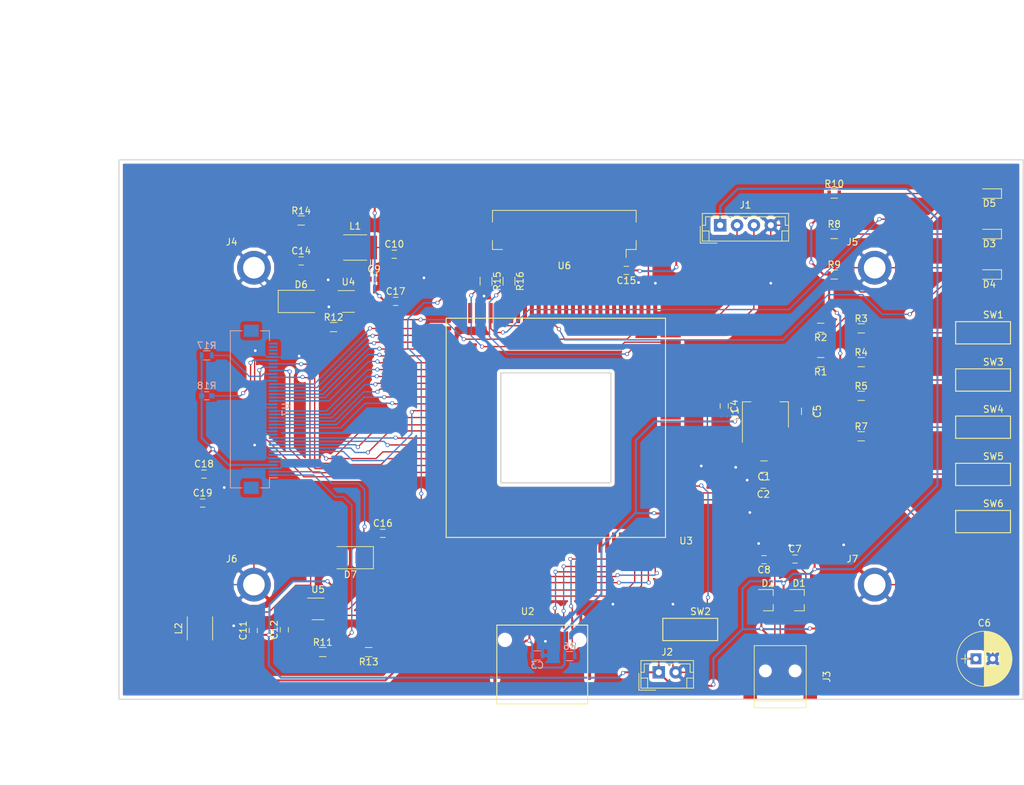
<source format=kicad_pcb>
(kicad_pcb (version 4) (host pcbnew 4.0.7)
  (layers (0 F.Cu signal) (31 B.Cu signal) (34 B.Paste user) (35 F.Paste user) (36 B.SilkS user) (37 F.SilkS user) (38 B.Mask user) (39 F.Mask user) (44 Edge.Cuts user))
  (net 0 "")
  (net 1 +5V)
  (net 2 GND)
  (net 3 +3V3)
  (net 4 "Net-(C10-Pad1)")
  (net 5 /9.5V)
  (net 6 "Net-(D3-Pad2)")
  (net 7 "Net-(D4-Pad2)")
  (net 8 /LED2)
  (net 9 "Net-(D5-Pad2)")
  (net 10 /LED3)
  (net 11 "Net-(D6-Pad2)")
  (net 12 "Net-(J3-Pad4)")
  (net 13 "Net-(D7-Pad2)")
  (net 14 /LRADC0)
  (net 15 "Net-(R2-Pad1)")
  (net 16 "Net-(R3-Pad1)")
  (net 17 "Net-(R4-Pad1)")
  (net 18 "Net-(R5-Pad1)")
  (net 19 /SD_CD)
  (net 20 "Net-(R7-Pad1)")
  (net 21 "Net-(R12-Pad2)")
  (net 22 "Net-(R17-Pad1)")
  (net 23 "Net-(R18-Pad1)")
  (net 24 /SD_DAT2)
  (net 25 /SD_DAT3)
  (net 26 /SD_CMD)
  (net 27 /SD_CLK)
  (net 28 /SD_DAT0)
  (net 29 /SD_DAT1)
  (net 30 "Net-(U3-Pad4)")
  (net 31 /RESET)
  (net 32 "Net-(U3-Pad9)")
  (net 33 "Net-(U3-Pad11)")
  (net 34 "Net-(U3-Pad12)")
  (net 35 "Net-(U3-Pad13)")
  (net 36 "Net-(U3-Pad14)")
  (net 37 "Net-(U3-Pad15)")
  (net 38 "Net-(U3-Pad16)")
  (net 39 "Net-(U3-Pad17)")
  (net 40 "Net-(U3-Pad18)")
  (net 41 "Net-(U3-Pad19)")
  (net 42 "Net-(U3-Pad20)")
  (net 43 "Net-(U3-Pad21)")
  (net 44 /ANT)
  (net 45 "Net-(U3-Pad25)")
  (net 46 "Net-(U3-Pad26)")
  (net 47 /UART1_RX)
  (net 48 /UART1_TX)
  (net 49 /RXD0)
  (net 50 /TXD0)
  (net 51 /TEN)
  (net 52 /THSYNC)
  (net 53 /TVSYNC)
  (net 54 /TD0)
  (net 55 /TD1)
  (net 56 /TD2)
  (net 57 /TD3)
  (net 58 /TD4)
  (net 59 /TD5)
  (net 60 /TD6)
  (net 61 /TD7)
  (net 62 /TD8)
  (net 63 /TD9)
  (net 64 /TD10)
  (net 65 /TD11)
  (net 66 /TD12)
  (net 67 /TD13)
  (net 68 /TD14)
  (net 69 /TD15)
  (net 70 "Net-(U3-Pad52)")
  (net 71 "Net-(U3-Pad53)")
  (net 72 "Net-(U3-Pad57)")
  (net 73 "Net-(U3-Pad58)")
  (net 74 /LCD_PWM)
  (net 75 /LCD_EN)
  (net 76 /LCD_D7)
  (net 77 /LCD_D6)
  (net 78 /LCD_D5)
  (net 79 /LCD_D4)
  (net 80 /LCD_D3)
  (net 81 /LCD_D2)
  (net 82 /LCD_D15)
  (net 83 /LCD_D14)
  (net 84 /LCD_D13)
  (net 85 /LCD_D12)
  (net 86 /LCD_D11)
  (net 87 /LCD_D10)
  (net 88 /LCD_D19)
  (net 89 /LCD_D18)
  (net 90 /LCD_D21)
  (net 91 /LCD_D20)
  (net 92 /LCD_D23)
  (net 93 /LCD_D22)
  (net 94 /LCD_DE)
  (net 95 /LCD_CLK)
  (net 96 /LCD_HSYNC)
  (net 97 /LCD_VSYNC)
  (net 98 "Net-(U3-Pad84)")
  (net 99 "Net-(U3-Pad85)")
  (net 100 "Net-(U3-Pad86)")
  (net 101 "Net-(U3-Pad87)")
  (net 102 "Net-(U3-Pad88)")
  (net 103 "Net-(U3-Pad89)")
  (net 104 "Net-(U3-Pad90)")
  (net 105 "Net-(U3-Pad91)")
  (net 106 "Net-(U3-Pad92)")
  (net 107 "Net-(U3-Pad93)")
  (net 108 "Net-(U3-Pad94)")
  (net 109 "Net-(U3-Pad95)")
  (net 110 "Net-(U3-Pad96)")
  (net 111 "Net-(U3-Pad97)")
  (net 112 "Net-(U3-Pad98)")
  (net 113 "Net-(U3-Pad99)")
  (net 114 "Net-(U3-Pad100)")
  (net 115 "Net-(U3-Pad101)")
  (net 116 "Net-(U3-Pad102)")
  (net 117 "Net-(U3-Pad103)")
  (net 118 "Net-(U3-Pad104)")
  (net 119 "Net-(U3-Pad105)")
  (net 120 "Net-(U3-Pad106)")
  (net 121 "Net-(U3-Pad107)")
  (net 122 "Net-(U3-Pad108)")
  (net 123 "Net-(U3-Pad109)")
  (net 124 "Net-(U3-Pad110)")
  (net 125 "Net-(U3-Pad111)")
  (net 126 "Net-(U3-Pad112)")
  (net 127 "Net-(U4-Pad6)")
  (net 128 /LEDK)
  (net 129 /LEDA)
  (net 130 "Net-(U6-Pad5)")
  (net 131 "Net-(U6-Pad6)")
  (net 132 "Net-(U6-Pad9)")
  (net 133 "Net-(U6-Pad10)")
  (net 134 /TPCLK)
  (net 135 "Net-(R16-Pad1)")
  (net 136 "Net-(R15-Pad1)")
  (net 137 /LCD_RESET)
  (net 138 /LCD_MOSI)
  (net 139 /LCD_SCK)
  (net 140 /LCD_CS)
  (net 141 /USBDP)
  (net 142 /USBDN)
  (module Capacitors_SMD:C_0805 (layer F.Cu) (at 163.6 103.5 180)
    (fp_text reference C1 (at 0 -1.5 180) (layer F.SilkS))
    (fp_text value 10uF)
    (pad 1 smd rect (at -1 0 180) (size 1 1.25) (layers F.Cu F.Paste F.Mask) (net 1 +5V))
    (pad 2 smd rect (at 1 0 180) (size 1 1.25) (layers F.Cu F.Paste F.Mask) (net 2 GND))
  )
  (module Capacitors_SMD:C_0603 (layer F.Cu) (at 163.5 106.1 180)
    (fp_text reference C2 (at 0 -1.5 180) (layer F.SilkS))
    (fp_text value 100nF)
    (pad 2 smd rect (at 0.75 0 180) (size 0.8 0.75) (layers F.Cu F.Paste F.Mask) (net 2 GND))
    (pad 1 smd rect (at -0.75 0 180) (size 0.8 0.75) (layers F.Cu F.Paste F.Mask) (net 1 +5V))
  )
  (module Resistors_SMD:R_0603 (layer B.Cu) (at 130 131.5)
    (fp_text reference C3 (at 0 1.45) (layer B.SilkS) (effects (justify mirror)))
    (fp_text value 0.1uF)
    (pad 1 smd rect (at -0.75 0) (size 0.5 0.9) (layers B.Cu B.Paste B.Mask) (net 3 +3V3))
    (pad 2 smd rect (at 0.75 0) (size 0.5 0.9) (layers B.Cu B.Paste B.Mask) (net 2 GND))
  )
  (module Capacitors_SMD:C_0603 (layer F.Cu) (at 157.7 94.5 270)
    (fp_text reference C4 (at 0 -1.5 270) (layer F.SilkS))
    (fp_text value 100nF)
    (pad 2 smd rect (at 0.75 0 270) (size 0.8 0.75) (layers F.Cu F.Paste F.Mask) (net 2 GND))
    (pad 1 smd rect (at -0.75 0 270) (size 0.8 0.75) (layers F.Cu F.Paste F.Mask) (net 3 +3V3))
  )
  (module Capacitors_SMD:C_0805 (layer F.Cu) (at 170 95.3 270)
    (fp_text reference C5 (at 0 -1.5 270) (layer F.SilkS))
    (fp_text value 10uF)
    (pad 1 smd rect (at -1 0 270) (size 1 1.25) (layers F.Cu F.Paste F.Mask) (net 3 +3V3))
    (pad 2 smd rect (at 1 0 270) (size 1 1.25) (layers F.Cu F.Paste F.Mask) (net 2 GND))
  )
  (module Capacitors_THT:CP_Radial_D8.0mm_P2.50mm (layer F.Cu) (at 195 132)
    (fp_text reference C6 (at 1.25 -5.31) (layer F.SilkS))
    (fp_text value 47uF)
    (pad 1 thru_hole rect (at 0 0) (size 1.6 1.6) (drill 0.8) (layers *.Cu *.Mask) (net 1 +5V))
    (pad 2 thru_hole circle (at 2.5 0) (size 1.6 1.6) (drill 0.8) (layers *.Cu *.Mask) (net 2 GND))
  )
  (module Capacitors_SMD:C_0603 (layer F.Cu) (at 168.2 117.2)
    (fp_text reference C7 (at 0 -1.5) (layer F.SilkS))
    (fp_text value 7pF)
    (pad 2 smd rect (at 0.75 0) (size 0.8 0.75) (layers F.Cu F.Paste F.Mask) (net 141 /USBDP))
    (pad 1 smd rect (at -0.75 0) (size 0.8 0.75) (layers F.Cu F.Paste F.Mask) (net 2 GND))
  )
  (module Capacitors_SMD:C_0603 (layer F.Cu) (at 163.6 117.3 180)
    (fp_text reference C8 (at 0 -1.5 180) (layer F.SilkS))
    (fp_text value 7pF)
    (pad 2 smd rect (at 0.75 0 180) (size 0.8 0.75) (layers F.Cu F.Paste F.Mask) (net 2 GND))
    (pad 1 smd rect (at -0.75 0 180) (size 0.8 0.75) (layers F.Cu F.Paste F.Mask) (net 142 /USBDN))
  )
  (module Capacitors_SMD:C_0603 (layer F.Cu) (at 105.8 75.7)
    (fp_text reference C9 (at 0 -1.5) (layer F.SilkS))
    (fp_text value 0.1uF)
    (pad 2 smd rect (at 0.75 0) (size 0.8 0.75) (layers F.Cu F.Paste F.Mask) (net 2 GND))
    (pad 1 smd rect (at -0.75 0) (size 0.8 0.75) (layers F.Cu F.Paste F.Mask) (net 4 "Net-(C10-Pad1)"))
  )
  (module Capacitors_SMD:C_0603 (layer F.Cu) (at 108.8 72)
    (fp_text reference C10 (at 0 -1.5) (layer F.SilkS))
    (fp_text value 0.1uF)
    (pad 2 smd rect (at 0.75 0) (size 0.8 0.75) (layers F.Cu F.Paste F.Mask) (net 2 GND))
    (pad 1 smd rect (at -0.75 0) (size 0.8 0.75) (layers F.Cu F.Paste F.Mask) (net 4 "Net-(C10-Pad1)"))
  )
  (module Capacitors_SMD:C_0603 (layer F.Cu) (at 95 73)
    (fp_text reference C14 (at 0 -1.5) (layer F.SilkS))
    (fp_text value 0.1uF)
    (pad 2 smd rect (at 0.75 0) (size 0.8 0.75) (layers F.Cu F.Paste F.Mask) (net 2 GND))
    (pad 1 smd rect (at -0.75 0) (size 0.8 0.75) (layers F.Cu F.Paste F.Mask) (net 5 /9.5V))
  )
  (module Capacitors_SMD:C_0603 (layer F.Cu) (at 109 79)
    (fp_text reference C17 (at 0 -1.5) (layer F.SilkS))
    (fp_text value 0.1uF)
    (pad 2 smd rect (at 0.75 0) (size 0.8 0.75) (layers F.Cu F.Paste F.Mask) (net 2 GND))
    (pad 1 smd rect (at -0.75 0) (size 0.8 0.75) (layers F.Cu F.Paste F.Mask) (net 5 /9.5V))
  )
  (module Capacitors_SMD:C_0603 (layer F.Cu) (at 80.6 104.6)
    (fp_text reference C18 (at 0 -1.5) (layer F.SilkS))
    (fp_text value 4.7uF)
    (pad 2 smd rect (at 0.75 0) (size 0.8 0.75) (layers F.Cu F.Paste F.Mask) (net 2 GND))
    (pad 1 smd rect (at -0.75 0) (size 0.8 0.75) (layers F.Cu F.Paste F.Mask) (net 3 +3V3))
  )
  (module Capacitors_SMD:C_0603 (layer F.Cu) (at 80.4 108.9)
    (fp_text reference C19 (at 0 -1.5) (layer F.SilkS))
    (fp_text value 0.1uF)
    (pad 2 smd rect (at 0.75 0) (size 0.8 0.75) (layers F.Cu F.Paste F.Mask) (net 2 GND))
    (pad 1 smd rect (at -0.75 0) (size 0.8 0.75) (layers F.Cu F.Paste F.Mask) (net 3 +3V3))
  )
  (module TO_SOT_Packages_SMD:SOT-23 (layer F.Cu) (at 168.8 123.3)
    (fp_text reference D1 (at 0 -2.5) (layer F.SilkS))
    (fp_text value BAV99LT1G)
    (pad 1 smd rect (at -1 -0.95) (size 0.9 0.8) (layers F.Cu F.Paste F.Mask) (net 2 GND))
    (pad 2 smd rect (at -1 0.95) (size 0.9 0.8) (layers F.Cu F.Paste F.Mask) (net 1 +5V))
    (pad 3 smd rect (at 1 0) (size 0.9 0.8) (layers F.Cu F.Paste F.Mask) (net 141 /USBDP))
  )
  (module TO_SOT_Packages_SMD:SOT-23 (layer F.Cu) (at 164.2 123.3)
    (fp_text reference D2 (at 0 -2.5) (layer F.SilkS))
    (fp_text value BAV99LT1G)
    (pad 1 smd rect (at -1 -0.95) (size 0.9 0.8) (layers F.Cu F.Paste F.Mask) (net 2 GND))
    (pad 2 smd rect (at -1 0.95) (size 0.9 0.8) (layers F.Cu F.Paste F.Mask) (net 1 +5V))
    (pad 3 smd rect (at 1 0) (size 0.9 0.8) (layers F.Cu F.Paste F.Mask) (net 142 /USBDN))
  )
  (module LEDs:LED_0805 (layer F.Cu) (at 197 69 180)
    (fp_text reference D3 (at 0 -1.45 180) (layer F.SilkS))
    (fp_text value LED)
    (pad 2 smd rect (at 1.1 0) (size 1.2 1.2) (layers F.Cu F.Paste F.Mask) (net 6 "Net-(D3-Pad2)"))
    (pad 1 smd rect (at -1.1 0) (size 1.2 1.2) (layers F.Cu F.Paste F.Mask) (net 2 GND))
  )
  (module LEDs:LED_0805 (layer F.Cu) (at 197 75 180)
    (fp_text reference D4 (at 0 -1.45 180) (layer F.SilkS))
    (fp_text value LED)
    (pad 2 smd rect (at 1.1 0) (size 1.2 1.2) (layers F.Cu F.Paste F.Mask) (net 7 "Net-(D4-Pad2)"))
    (pad 1 smd rect (at -1.1 0) (size 1.2 1.2) (layers F.Cu F.Paste F.Mask) (net 8 /LED2))
  )
  (module LEDs:LED_0805 (layer F.Cu) (at 197 63 180)
    (fp_text reference D5 (at 0 -1.45 180) (layer F.SilkS))
    (fp_text value LED)
    (pad 2 smd rect (at 1.1 0) (size 1.2 1.2) (layers F.Cu F.Paste F.Mask) (net 9 "Net-(D5-Pad2)"))
    (pad 1 smd rect (at -1.1 0) (size 1.2 1.2) (layers F.Cu F.Paste F.Mask) (net 10 /LED3))
  )
  (module Inductors_SMD:L_1812 (layer F.Cu) (at 80 127.5 90)
    (fp_text reference L2 (at 0 -3.17 90) (layer F.SilkS))
    (fp_text value 1uH)
    (pad 1 smd rect (at -2.44 0 90) (size 1.6 3.5) (layers F.Cu F.Paste F.Mask) (net 1 +5V))
    (pad 2 smd rect (at 2.44 0 90) (size 1.6 3.5) (layers F.Cu F.Paste F.Mask) (net 13 "Net-(D7-Pad2)"))
  )
  (module Resistors_SMD:R_0603 (layer F.Cu) (at 172 88 180)
    (fp_text reference R1 (at 0 -1.45 180) (layer F.SilkS))
    (fp_text value 100K)
    (pad 1 smd rect (at -0.75 0 180) (size 0.5 0.9) (layers F.Cu F.Paste F.Mask) (net 3 +3V3))
    (pad 2 smd rect (at 0.75 0 180) (size 0.5 0.9) (layers F.Cu F.Paste F.Mask) (net 14 /LRADC0))
  )
  (module Resistors_SMD:R_0603 (layer F.Cu) (at 172 82.9 180)
    (fp_text reference R2 (at 0 -1.45 180) (layer F.SilkS))
    (fp_text value " 6.8K")
    (pad 1 smd rect (at -0.75 0 180) (size 0.5 0.9) (layers F.Cu F.Paste F.Mask) (net 15 "Net-(R2-Pad1)"))
    (pad 2 smd rect (at 0.75 0 180) (size 0.5 0.9) (layers F.Cu F.Paste F.Mask) (net 14 /LRADC0))
  )
  (module Resistors_SMD:R_0603 (layer F.Cu) (at 178 83)
    (fp_text reference R3 (at 0 -1.45) (layer F.SilkS))
    (fp_text value 8.2K)
    (pad 1 smd rect (at -0.75 0) (size 0.5 0.9) (layers F.Cu F.Paste F.Mask) (net 16 "Net-(R3-Pad1)"))
    (pad 2 smd rect (at 0.75 0) (size 0.5 0.9) (layers F.Cu F.Paste F.Mask) (net 15 "Net-(R2-Pad1)"))
  )
  (module Resistors_SMD:R_0603 (layer F.Cu) (at 178 88)
    (fp_text reference R4 (at 0 -1.45) (layer F.SilkS))
    (fp_text value 8.2K)
    (pad 1 smd rect (at -0.75 0) (size 0.5 0.9) (layers F.Cu F.Paste F.Mask) (net 17 "Net-(R4-Pad1)"))
    (pad 2 smd rect (at 0.75 0) (size 0.5 0.9) (layers F.Cu F.Paste F.Mask) (net 16 "Net-(R3-Pad1)"))
  )
  (module Resistors_SMD:R_0603 (layer F.Cu) (at 178 93)
    (fp_text reference R5 (at 0 -1.45) (layer F.SilkS))
    (fp_text value 12K)
    (pad 1 smd rect (at -0.75 0) (size 0.5 0.9) (layers F.Cu F.Paste F.Mask) (net 18 "Net-(R5-Pad1)"))
    (pad 2 smd rect (at 0.75 0) (size 0.5 0.9) (layers F.Cu F.Paste F.Mask) (net 17 "Net-(R4-Pad1)"))
  )
  (module Resistors_SMD:R_0603 (layer B.Cu) (at 134.8 131.6 180)
    (fp_text reference R6 (at 0 1.45 180) (layer B.SilkS) (effects (justify mirror)))
    (fp_text value 10K)
    (pad 1 smd rect (at -0.75 0 180) (size 0.5 0.9) (layers B.Cu B.Paste B.Mask) (net 19 /SD_CD))
    (pad 2 smd rect (at 0.75 0 180) (size 0.5 0.9) (layers B.Cu B.Paste B.Mask) (net 3 +3V3))
  )
  (module Resistors_SMD:R_0603 (layer F.Cu) (at 178 99)
    (fp_text reference R7 (at 0 -1.45) (layer F.SilkS))
    (fp_text value 12K)
    (pad 1 smd rect (at -0.75 0) (size 0.5 0.9) (layers F.Cu F.Paste F.Mask) (net 20 "Net-(R7-Pad1)"))
    (pad 2 smd rect (at 0.75 0) (size 0.5 0.9) (layers F.Cu F.Paste F.Mask) (net 18 "Net-(R5-Pad1)"))
  )
  (module Resistors_SMD:R_0603 (layer F.Cu) (at 174 69)
    (fp_text reference R8 (at 0 -1.45) (layer F.SilkS))
    (fp_text value R)
    (pad 1 smd rect (at -0.75 0) (size 0.5 0.9) (layers F.Cu F.Paste F.Mask) (net 3 +3V3))
    (pad 2 smd rect (at 0.75 0) (size 0.5 0.9) (layers F.Cu F.Paste F.Mask) (net 6 "Net-(D3-Pad2)"))
  )
  (module Resistors_SMD:R_0603 (layer F.Cu) (at 174 75)
    (fp_text reference R9 (at 0 -1.45) (layer F.SilkS))
    (fp_text value R)
    (pad 1 smd rect (at -0.75 0) (size 0.5 0.9) (layers F.Cu F.Paste F.Mask) (net 3 +3V3))
    (pad 2 smd rect (at 0.75 0) (size 0.5 0.9) (layers F.Cu F.Paste F.Mask) (net 7 "Net-(D4-Pad2)"))
  )
  (module Resistors_SMD:R_0603 (layer F.Cu) (at 174 63)
    (fp_text reference R10 (at 0 -1.45) (layer F.SilkS))
    (fp_text value R)
    (pad 1 smd rect (at -0.75 0) (size 0.5 0.9) (layers F.Cu F.Paste F.Mask) (net 3 +3V3))
    (pad 2 smd rect (at 0.75 0) (size 0.5 0.9) (layers F.Cu F.Paste F.Mask) (net 9 "Net-(D5-Pad2)"))
  )
  (module Resistors_SMD:R_0603 (layer F.Cu) (at 99.8 82.8)
    (fp_text reference R12 (at 0 -1.45) (layer F.SilkS))
    (fp_text value 1K)
    (pad 1 smd rect (at -0.75 0) (size 0.5 0.9) (layers F.Cu F.Paste F.Mask) (net 2 GND))
    (pad 2 smd rect (at 0.75 0) (size 0.5 0.9) (layers F.Cu F.Paste F.Mask) (net 21 "Net-(R12-Pad2)"))
  )
  (module Resistors_SMD:R_0603 (layer F.Cu) (at 95 67)
    (fp_text reference R14 (at 0 -1.45) (layer F.SilkS))
    (fp_text value 1K)
    (pad 1 smd rect (at -0.75 0) (size 0.5 0.9) (layers F.Cu F.Paste F.Mask) (net 5 /9.5V))
    (pad 2 smd rect (at 0.75 0) (size 0.5 0.9) (layers F.Cu F.Paste F.Mask) (net 2 GND))
  )
  (module Resistors_SMD:R_0603 (layer B.Cu) (at 81 87 180)
    (fp_text reference R17 (at 0 1.45 180) (layer B.SilkS) (effects (justify mirror)))
    (fp_text value 10K)
    (pad 1 smd rect (at -0.75 0 180) (size 0.5 0.9) (layers B.Cu B.Paste B.Mask) (net 22 "Net-(R17-Pad1)"))
    (pad 2 smd rect (at 0.75 0 180) (size 0.5 0.9) (layers B.Cu B.Paste B.Mask) (net 3 +3V3))
  )
  (module Capacitors_SMD:C_0603 (layer B.Cu) (at 81 93 180)
    (fp_text reference R18 (at 0 1.5 180) (layer B.SilkS) (effects (justify mirror)))
    (fp_text value 10K2)
    (pad 2 smd rect (at 0.75 0 180) (size 0.8 0.75) (layers B.Cu B.Paste B.Mask) (net 3 +3V3))
    (pad 1 smd rect (at -0.75 0 180) (size 0.8 0.75) (layers B.Cu B.Paste B.Mask) (net 23 "Net-(R18-Pad1)"))
  )
  (module TO_SOT_Packages_SMD:SOT-23-6 (layer F.Cu) (at 102 79)
    (fp_text reference U4 (at 0 -2.9) (layer F.SilkS))
    (fp_text value SX1308)
    (pad 1 smd rect (at -1.1 -0.95) (size 1.06 0.65) (layers F.Cu F.Paste F.Mask) (net 11 "Net-(D6-Pad2)"))
    (pad 2 smd rect (at -1.1 0) (size 1.06 0.65) (layers F.Cu F.Paste F.Mask) (net 2 GND))
    (pad 3 smd rect (at -1.1 0.95) (size 1.06 0.65) (layers F.Cu F.Paste F.Mask) (net 21 "Net-(R12-Pad2)"))
    (pad 4 smd rect (at 1.1 0.95) (size 1.06 0.65) (layers F.Cu F.Paste F.Mask) (net 51 /TEN))
    (pad 6 smd rect (at 1.1 -0.95) (size 1.06 0.65) (layers F.Cu F.Paste F.Mask) (net 127 "Net-(U4-Pad6)"))
    (pad 5 smd rect (at 1.1 0) (size 1.06 0.65) (layers F.Cu F.Paste F.Mask) (net 4 "Net-(C10-Pad1)"))
  )
  (module TO_SOT_Packages_SMD:SOT-23-6 (layer F.Cu) (at 97.5 124.6)
    (fp_text reference U5 (at 0 -2.9) (layer F.SilkS))
    (fp_text value PT4103)
    (pad 1 smd rect (at -1.1 -0.95) (size 1.06 0.65) (layers F.Cu F.Paste F.Mask) (net 13 "Net-(D7-Pad2)"))
    (pad 2 smd rect (at -1.1 0) (size 1.06 0.65) (layers F.Cu F.Paste F.Mask) (net 2 GND))
    (pad 3 smd rect (at -1.1 0.95) (size 1.06 0.65) (layers F.Cu F.Paste F.Mask) (net 128 /LEDK))
    (pad 4 smd rect (at 1.1 0.95) (size 1.06 0.65) (layers F.Cu F.Paste F.Mask) (net 75 /LCD_EN))
    (pad 6 smd rect (at 1.1 -0.95) (size 1.06 0.65) (layers F.Cu F.Paste F.Mask) (net 1 +5V))
    (pad 5 smd rect (at 1.1 0) (size 1.06 0.65) (layers F.Cu F.Paste F.Mask) (net 129 /LEDA))
  )
  (module fpc36:Hirose_FH12-36S-0.5SH_1x36-1MP_P0.50mm_Horizontal (layer F.Cu) (at 134 70 180)
    (fp_text reference U6 (at 0 -3.7 180) (layer F.SilkS))
    (fp_text value THERMAL)
    (pad MP smd rect (at 10.65 1.4 180) (size 1.8 2.2) (layers F.Cu F.Paste F.Mask))
    (pad MP smd rect (at -10.65 1.4 180) (size 1.8 2.2) (layers F.Cu F.Paste F.Mask))
    (pad 1 smd rect (at -8.75 -1.85 180) (size 0.3 1.3) (layers F.Cu F.Paste F.Mask) (net 5 /9.5V))
    (pad 2 smd rect (at -8.25 -1.85 180) (size 0.3 1.3) (layers F.Cu F.Paste F.Mask) (net 5 /9.5V))
    (pad 3 smd rect (at -7.75 -1.85 180) (size 0.3 1.3) (layers F.Cu F.Paste F.Mask) (net 2 GND))
    (pad 4 smd rect (at -7.25 -1.85 180) (size 0.3 1.3) (layers F.Cu F.Paste F.Mask) (net 2 GND))
    (pad 5 smd rect (at -6.75 -1.85 180) (size 0.3 1.3) (layers F.Cu F.Paste F.Mask) (net 130 "Net-(U6-Pad5)"))
    (pad 6 smd rect (at -6.25 -1.85 180) (size 0.3 1.3) (layers F.Cu F.Paste F.Mask) (net 131 "Net-(U6-Pad6)"))
    (pad 7 smd rect (at -5.75 -1.85 180) (size 0.3 1.3) (layers F.Cu F.Paste F.Mask) (net 2 GND))
    (pad 8 smd rect (at -5.25 -1.85 180) (size 0.3 1.3) (layers F.Cu F.Paste F.Mask) (net 2 GND))
    (pad 9 smd rect (at -4.75 -1.85 180) (size 0.3 1.3) (layers F.Cu F.Paste F.Mask) (net 132 "Net-(U6-Pad9)"))
    (pad 10 smd rect (at -4.25 -1.85 180) (size 0.3 1.3) (layers F.Cu F.Paste F.Mask) (net 133 "Net-(U6-Pad10)"))
    (pad 11 smd rect (at -3.75 -1.85 180) (size 0.3 1.3) (layers F.Cu F.Paste F.Mask) (net 2 GND))
    (pad 12 smd rect (at -3.25 -1.85 180) (size 0.3 1.3) (layers F.Cu F.Paste F.Mask) (net 2 GND))
    (pad 13 smd rect (at -2.75 -1.85 180) (size 0.3 1.3) (layers F.Cu F.Paste F.Mask) (net 52 /THSYNC))
    (pad 14 smd rect (at -2.25 -1.85 180) (size 0.3 1.3) (layers F.Cu F.Paste F.Mask) (net 53 /TVSYNC))
    (pad 15 smd rect (at -1.75 -1.85 180) (size 0.3 1.3) (layers F.Cu F.Paste F.Mask) (net 54 /TD0))
    (pad 16 smd rect (at -1.25 -1.85 180) (size 0.3 1.3) (layers F.Cu F.Paste F.Mask) (net 55 /TD1))
    (pad 17 smd rect (at -0.75 -1.85 180) (size 0.3 1.3) (layers F.Cu F.Paste F.Mask) (net 56 /TD2))
    (pad 18 smd rect (at -0.25 -1.85 180) (size 0.3 1.3) (layers F.Cu F.Paste F.Mask) (net 57 /TD3))
    (pad 19 smd rect (at 0.25 -1.85 180) (size 0.3 1.3) (layers F.Cu F.Paste F.Mask) (net 58 /TD4))
    (pad 20 smd rect (at 0.75 -1.85 180) (size 0.3 1.3) (layers F.Cu F.Paste F.Mask) (net 59 /TD5))
    (pad 21 smd rect (at 1.25 -1.85 180) (size 0.3 1.3) (layers F.Cu F.Paste F.Mask) (net 60 /TD6))
    (pad 22 smd rect (at 1.75 -1.85 180) (size 0.3 1.3) (layers F.Cu F.Paste F.Mask) (net 61 /TD7))
    (pad 23 smd rect (at 2.25 -1.85 180) (size 0.3 1.3) (layers F.Cu F.Paste F.Mask) (net 2 GND))
    (pad 24 smd rect (at 2.75 -1.85 180) (size 0.3 1.3) (layers F.Cu F.Paste F.Mask) (net 62 /TD8))
    (pad 25 smd rect (at 3.25 -1.85 180) (size 0.3 1.3) (layers F.Cu F.Paste F.Mask) (net 63 /TD9))
    (pad 26 smd rect (at 3.75 -1.85 180) (size 0.3 1.3) (layers F.Cu F.Paste F.Mask) (net 64 /TD10))
    (pad 27 smd rect (at 4.25 -1.85 180) (size 0.3 1.3) (layers F.Cu F.Paste F.Mask) (net 65 /TD11))
    (pad 28 smd rect (at 4.75 -1.85 180) (size 0.3 1.3) (layers F.Cu F.Paste F.Mask) (net 66 /TD12))
    (pad 29 smd rect (at 5.25 -1.85 180) (size 0.3 1.3) (layers F.Cu F.Paste F.Mask) (net 67 /TD13))
    (pad 30 smd rect (at 5.75 -1.85 180) (size 0.3 1.3) (layers F.Cu F.Paste F.Mask) (net 68 /TD14))
    (pad 31 smd rect (at 6.25 -1.85 180) (size 0.3 1.3) (layers F.Cu F.Paste F.Mask) (net 69 /TD15))
    (pad 32 smd rect (at 6.75 -1.85 180) (size 0.3 1.3) (layers F.Cu F.Paste F.Mask) (net 2 GND))
    (pad 33 smd rect (at 7.25 -1.85 180) (size 0.3 1.3) (layers F.Cu F.Paste F.Mask) (net 134 /TPCLK))
    (pad 34 smd rect (at 7.75 -1.85 180) (size 0.3 1.3) (layers F.Cu F.Paste F.Mask) (net 2 GND))
    (pad 35 smd rect (at 8.25 -1.85 180) (size 0.3 1.3) (layers F.Cu F.Paste F.Mask) (net 135 "Net-(R16-Pad1)"))
    (pad 36 smd rect (at 8.75 -1.85 180) (size 0.3 1.3) (layers F.Cu F.Paste F.Mask) (net 136 "Net-(R15-Pad1)"))
  )
  (module fpc40:Hirose_FH12-40S-0.5SH_1x40-1MP_P0.50mm_Horizontal (layer B.Cu) (at 89 95 90)
    (fp_text reference U7 (at 0 3.7 90) (layer B.SilkS) (effects (justify mirror)))
    (fp_text value LCD_A050FW01)
    (pad MP smd rect (at 11.65 -1.4 90) (size 1.8 2.2) (layers B.Cu B.Paste B.Mask))
    (pad MP smd rect (at -11.65 -1.4 90) (size 1.8 2.2) (layers B.Cu B.Paste B.Mask))
    (pad 1 smd rect (at -9.75 1.85 90) (size 0.3 1.3) (layers B.Cu B.Paste B.Mask) (net 128 /LEDK))
    (pad 2 smd rect (at -9.25 1.85 90) (size 0.3 1.3) (layers B.Cu B.Paste B.Mask) (net 129 /LEDA))
    (pad 3 smd rect (at -8.75 1.85 90) (size 0.3 1.3) (layers B.Cu B.Paste B.Mask) (net 2 GND))
    (pad 4 smd rect (at -8.25 1.85 90) (size 0.3 1.3) (layers B.Cu B.Paste B.Mask) (net 3 +3V3))
    (pad 5 smd rect (at -7.75 1.85 90) (size 0.3 1.3) (layers B.Cu B.Paste B.Mask) (net 2 GND))
    (pad 6 smd rect (at -7.25 1.85 90) (size 0.3 1.3) (layers B.Cu B.Paste B.Mask) (net 2 GND))
    (pad 7 smd rect (at -6.75 1.85 90) (size 0.3 1.3) (layers B.Cu B.Paste B.Mask) (net 89 /LCD_D18))
    (pad 8 smd rect (at -6.25 1.85 90) (size 0.3 1.3) (layers B.Cu B.Paste B.Mask) (net 88 /LCD_D19))
    (pad 9 smd rect (at -5.75 1.85 90) (size 0.3 1.3) (layers B.Cu B.Paste B.Mask) (net 91 /LCD_D20))
    (pad 10 smd rect (at -5.25 1.85 90) (size 0.3 1.3) (layers B.Cu B.Paste B.Mask) (net 90 /LCD_D21))
    (pad 11 smd rect (at -4.75 1.85 90) (size 0.3 1.3) (layers B.Cu B.Paste B.Mask) (net 93 /LCD_D22))
    (pad 12 smd rect (at -4.25 1.85 90) (size 0.3 1.3) (layers B.Cu B.Paste B.Mask) (net 92 /LCD_D23))
    (pad 13 smd rect (at -3.75 1.85 90) (size 0.3 1.3) (layers B.Cu B.Paste B.Mask) (net 2 GND))
    (pad 14 smd rect (at -3.25 1.85 90) (size 0.3 1.3) (layers B.Cu B.Paste B.Mask) (net 2 GND))
    (pad 15 smd rect (at -2.75 1.85 90) (size 0.3 1.3) (layers B.Cu B.Paste B.Mask) (net 87 /LCD_D10))
    (pad 16 smd rect (at -2.25 1.85 90) (size 0.3 1.3) (layers B.Cu B.Paste B.Mask) (net 86 /LCD_D11))
    (pad 17 smd rect (at -1.75 1.85 90) (size 0.3 1.3) (layers B.Cu B.Paste B.Mask) (net 85 /LCD_D12))
    (pad 18 smd rect (at -1.25 1.85 90) (size 0.3 1.3) (layers B.Cu B.Paste B.Mask) (net 84 /LCD_D13))
    (pad 19 smd rect (at -0.75 1.85 90) (size 0.3 1.3) (layers B.Cu B.Paste B.Mask) (net 83 /LCD_D14))
    (pad 20 smd rect (at -0.25 1.85 90) (size 0.3 1.3) (layers B.Cu B.Paste B.Mask) (net 82 /LCD_D15))
    (pad 21 smd rect (at 0.25 1.85 90) (size 0.3 1.3) (layers B.Cu B.Paste B.Mask) (net 2 GND))
    (pad 22 smd rect (at 0.75 1.85 90) (size 0.3 1.3) (layers B.Cu B.Paste B.Mask) (net 2 GND))
    (pad 23 smd rect (at 1.25 1.85 90) (size 0.3 1.3) (layers B.Cu B.Paste B.Mask) (net 81 /LCD_D2))
    (pad 24 smd rect (at 1.75 1.85 90) (size 0.3 1.3) (layers B.Cu B.Paste B.Mask) (net 80 /LCD_D3))
    (pad 25 smd rect (at 2.25 1.85 90) (size 0.3 1.3) (layers B.Cu B.Paste B.Mask) (net 79 /LCD_D4))
    (pad 26 smd rect (at 2.75 1.85 90) (size 0.3 1.3) (layers B.Cu B.Paste B.Mask) (net 78 /LCD_D5))
    (pad 27 smd rect (at 3.25 1.85 90) (size 0.3 1.3) (layers B.Cu B.Paste B.Mask) (net 77 /LCD_D6))
    (pad 28 smd rect (at 3.75 1.85 90) (size 0.3 1.3) (layers B.Cu B.Paste B.Mask) (net 76 /LCD_D7))
    (pad 29 smd rect (at 4.25 1.85 90) (size 0.3 1.3) (layers B.Cu B.Paste B.Mask) (net 2 GND))
    (pad 30 smd rect (at 4.75 1.85 90) (size 0.3 1.3) (layers B.Cu B.Paste B.Mask) (net 95 /LCD_CLK))
    (pad 31 smd rect (at 5.25 1.85 90) (size 0.3 1.3) (layers B.Cu B.Paste B.Mask) (net 22 "Net-(R17-Pad1)"))
    (pad 32 smd rect (at 5.75 1.85 90) (size 0.3 1.3) (layers B.Cu B.Paste B.Mask) (net 96 /LCD_HSYNC))
    (pad 33 smd rect (at 6.25 1.85 90) (size 0.3 1.3) (layers B.Cu B.Paste B.Mask) (net 97 /LCD_VSYNC))
    (pad 34 smd rect (at 6.75 1.85 90) (size 0.3 1.3) (layers B.Cu B.Paste B.Mask) (net 94 /LCD_DE))
    (pad 35 smd rect (at 7.25 1.85 90) (size 0.3 1.3) (layers B.Cu B.Paste B.Mask) (net 23 "Net-(R18-Pad1)"))
    (pad 36 smd rect (at 7.75 1.85 90) (size 0.3 1.3) (layers B.Cu B.Paste B.Mask) (net 2 GND))
    (pad 37 smd rect (at 8.25 1.85 90) (size 0.3 1.3) (layers B.Cu B.Paste B.Mask) (net 137 /LCD_RESET))
    (pad 38 smd rect (at 8.75 1.85 90) (size 0.3 1.3) (layers B.Cu B.Paste B.Mask) (net 138 /LCD_MOSI))
    (pad 39 smd rect (at 9.25 1.85 90) (size 0.3 1.3) (layers B.Cu B.Paste B.Mask) (net 139 /LCD_SCK))
    (pad 40 smd rect (at 9.75 1.85 90) (size 0.3 1.3) (layers B.Cu B.Paste B.Mask) (net 140 /LCD_CS))
  )
  (module Capacitors_SMD:C_0603 (layer F.Cu) (at 143.2 74.4 180)
    (fp_text reference C15 (at 0 -1.5 180) (layer F.SilkS))
    (fp_text value C)
    (pad 2 smd rect (at 0.75 0 180) (size 0.8 0.75) (layers F.Cu F.Paste F.Mask) (net 2 GND))
    (pad 1 smd rect (at -0.75 0 180) (size 0.8 0.75) (layers F.Cu F.Paste F.Mask) (net 5 /9.5V))
  )
  (module Connectors_JST:JST_EH_B04B-EH-A_04x2.50mm_Straight (layer F.Cu) (at 157.1 67.7)
    (fp_text reference J1 (at 3.75 -3) (layer F.SilkS))
    (fp_text value DEBUG_UART0)
    (pad 1 thru_hole rect (at 0 0) (size 1.85 1.85) (drill 0.9) (layers *.Cu *.Mask) (net 1 +5V))
    (pad 2 thru_hole circle (at 2.5 0) (size 1.85 1.85) (drill 0.9) (layers *.Cu *.Mask) (net 50 /TXD0))
    (pad 3 thru_hole circle (at 5 0) (size 1.85 1.85) (drill 0.9) (layers *.Cu *.Mask) (net 49 /RXD0))
    (pad 4 thru_hole circle (at 7.5 0) (size 1.85 1.85) (drill 0.9) (layers *.Cu *.Mask) (net 2 GND))
  )
  (module Resistors_SMD:R_0805 (layer F.Cu) (at 122.4 76 270)
    (fp_text reference R15 (at 0 -1.65 270) (layer F.SilkS))
    (fp_text value R)
    (pad 1 smd rect (at -0.95 0 270) (size 0.7 1.3) (layers F.Cu F.Paste F.Mask) (net 136 "Net-(R15-Pad1)"))
    (pad 2 smd rect (at 0.95 0 270) (size 0.7 1.3) (layers F.Cu F.Paste F.Mask) (net 48 /UART1_TX))
  )
  (module Resistors_SMD:R_0805 (layer F.Cu) (at 125.8 76 270)
    (fp_text reference R16 (at 0 -1.65 270) (layer F.SilkS))
    (fp_text value R)
    (pad 1 smd rect (at -0.95 0 270) (size 0.7 1.3) (layers F.Cu F.Paste F.Mask) (net 135 "Net-(R16-Pad1)"))
    (pad 2 smd rect (at 0.95 0 270) (size 0.7 1.3) (layers F.Cu F.Paste F.Mask) (net 47 /UART1_RX))
  )
  (module tfcard:button (layer F.Cu) (at 192 82)
    (fp_text reference SW1 (at 5.588 -1.016) (layer F.SilkS))
    (fp_text value SW_DIP_x01)
    (pad 1 smd rect (at 1.5 1.65) (size 2.5 3) (layers F.Cu F.Paste F.Mask) (net 15 "Net-(R2-Pad1)"))
    (pad 2 smd rect (at 6.6 1.65) (size 2.5 3) (layers F.Cu F.Paste F.Mask) (net 2 GND))
  )
  (module tfcard:button (layer F.Cu) (at 148.6 126)
    (fp_text reference SW2 (at 5.588 -1.016) (layer F.SilkS))
    (fp_text value SW_DIP_x01)
    (pad 1 smd rect (at 1.5 1.65) (size 2.5 3) (layers F.Cu F.Paste F.Mask) (net 2 GND))
    (pad 2 smd rect (at 6.6 1.65) (size 2.5 3) (layers F.Cu F.Paste F.Mask) (net 31 /RESET))
  )
  (module tfcard:button (layer F.Cu) (at 192 89)
    (fp_text reference SW3 (at 5.588 -1.016) (layer F.SilkS))
    (fp_text value SW_DIP_x01)
    (pad 1 smd rect (at 1.5 1.65) (size 2.5 3) (layers F.Cu F.Paste F.Mask) (net 16 "Net-(R3-Pad1)"))
    (pad 2 smd rect (at 6.6 1.65) (size 2.5 3) (layers F.Cu F.Paste F.Mask) (net 2 GND))
  )
  (module tfcard:button (layer F.Cu) (at 192 96)
    (fp_text reference SW4 (at 5.588 -1.016) (layer F.SilkS))
    (fp_text value SW_DIP_x01)
    (pad 1 smd rect (at 1.5 1.65) (size 2.5 3) (layers F.Cu F.Paste F.Mask) (net 17 "Net-(R4-Pad1)"))
    (pad 2 smd rect (at 6.6 1.65) (size 2.5 3) (layers F.Cu F.Paste F.Mask) (net 2 GND))
  )
  (module tfcard:button (layer F.Cu) (at 192 103)
    (fp_text reference SW5 (at 5.588 -1.016) (layer F.SilkS))
    (fp_text value SW_DIP_x01)
    (pad 1 smd rect (at 1.5 1.65) (size 2.5 3) (layers F.Cu F.Paste F.Mask) (net 18 "Net-(R5-Pad1)"))
    (pad 2 smd rect (at 6.6 1.65) (size 2.5 3) (layers F.Cu F.Paste F.Mask) (net 2 GND))
  )
  (module tfcard:button (layer F.Cu) (at 192 110)
    (fp_text reference SW6 (at 5.588 -1.016) (layer F.SilkS))
    (fp_text value SW_DIP_x01)
    (pad 1 smd rect (at 1.5 1.65) (size 2.5 3) (layers F.Cu F.Paste F.Mask) (net 20 "Net-(R7-Pad1)"))
    (pad 2 smd rect (at 6.6 1.65) (size 2.5 3) (layers F.Cu F.Paste F.Mask) (net 2 GND))
  )
  (module Inductors_SMD:L_1812 (layer F.Cu) (at 103 71)
    (fp_text reference L1 (at 0 -3.17) (layer F.SilkS))
    (fp_text value 1uH)
    (pad 1 smd rect (at -2.44 0) (size 1.6 3.5) (layers F.Cu F.Paste F.Mask) (net 11 "Net-(D6-Pad2)"))
    (pad 2 smd rect (at 2.44 0) (size 1.6 3.5) (layers F.Cu F.Paste F.Mask) (net 4 "Net-(C10-Pad1)"))
  )
  (module TO_SOT_Packages_SMD:SOT-223 (layer F.Cu) (at 163.8 95.8 90)
    (fp_text reference U1 (at 0 -4.5 90) (layer F.SilkS))
    (fp_text value AMS1117-3.3)
    (pad 4 smd rect (at 3.15 0 90) (size 2 3.8) (layers F.Cu F.Paste F.Mask))
    (pad 2 smd rect (at -3.15 0 90) (size 2 1.5) (layers F.Cu F.Paste F.Mask) (net 3 +3V3))
    (pad 3 smd rect (at -3.15 2.3 90) (size 2 1.5) (layers F.Cu F.Paste F.Mask) (net 1 +5V))
    (pad 1 smd rect (at -3.15 -2.3 90) (size 2 1.5) (layers F.Cu F.Paste F.Mask) (net 2 GND))
  )
  (module s3core:S3Core (layer F.Cu) (at 149 114 180)
    (fp_text reference U3 (at -3.048 -0.508 180) (layer F.SilkS))
    (fp_text value s3core)
    (pad 1 smd rect (at -0.762 1.524 180) (size 3 0.6) (layers F.Cu F.Paste F.Mask) (net 1 +5V))
    (pad 2 smd rect (at -0.762 2.54 180) (size 3 0.6) (layers F.Cu F.Paste F.Mask) (net 2 GND))
    (pad 3 smd rect (at -0.762 3.556 180) (size 3 0.6) (layers F.Cu F.Paste F.Mask) (net 3 +3V3))
    (pad 4 smd rect (at -0.762 4.572 180) (size 3 0.6) (layers F.Cu F.Paste F.Mask) (net 30 "Net-(U3-Pad4)"))
    (pad 5 smd rect (at -0.762 5.588 180) (size 3 0.6) (layers F.Cu F.Paste F.Mask) (net 142 /USBDN))
    (pad 6 smd rect (at -0.762 6.604 180) (size 3 0.6) (layers F.Cu F.Paste F.Mask) (net 141 /USBDP))
    (pad 7 smd rect (at -0.762 7.62 180) (size 3 0.6) (layers F.Cu F.Paste F.Mask) (net 31 /RESET))
    (pad 8 smd rect (at -0.762 8.636 180) (size 3 0.6) (layers F.Cu F.Paste F.Mask) (net 14 /LRADC0))
    (pad 9 smd rect (at -0.762 9.652 180) (size 3 0.6) (layers F.Cu F.Paste F.Mask) (net 32 "Net-(U3-Pad9)"))
    (pad 10 smd rect (at -0.762 10.668 180) (size 3 0.6) (layers F.Cu F.Paste F.Mask) (net 2 GND))
    (pad 11 smd rect (at -0.762 11.684 180) (size 3 0.6) (layers F.Cu F.Paste F.Mask) (net 33 "Net-(U3-Pad11)"))
    (pad 12 smd rect (at -0.762 12.7 180) (size 3 0.6) (layers F.Cu F.Paste F.Mask) (net 34 "Net-(U3-Pad12)"))
    (pad 13 smd rect (at -0.762 13.716 180) (size 3 0.6) (layers F.Cu F.Paste F.Mask) (net 35 "Net-(U3-Pad13)"))
    (pad 14 smd rect (at -0.762 14.732 180) (size 3 0.6) (layers F.Cu F.Paste F.Mask) (net 36 "Net-(U3-Pad14)"))
    (pad 15 smd rect (at -0.762 15.748 180) (size 3 0.6) (layers F.Cu F.Paste F.Mask) (net 37 "Net-(U3-Pad15)"))
    (pad 16 smd rect (at -0.762 16.764 180) (size 3 0.6) (layers F.Cu F.Paste F.Mask) (net 38 "Net-(U3-Pad16)"))
    (pad 17 smd rect (at -0.762 17.78 180) (size 3 0.6) (layers F.Cu F.Paste F.Mask) (net 39 "Net-(U3-Pad17)"))
    (pad 18 smd rect (at -0.762 18.796 180) (size 3 0.6) (layers F.Cu F.Paste F.Mask) (net 40 "Net-(U3-Pad18)"))
    (pad 19 smd rect (at -0.762 19.812 180) (size 3 0.6) (layers F.Cu F.Paste F.Mask) (net 41 "Net-(U3-Pad19)"))
    (pad 20 smd rect (at -0.762 20.828 180) (size 3 0.6) (layers F.Cu F.Paste F.Mask) (net 42 "Net-(U3-Pad20)"))
    (pad 21 smd rect (at -0.762 21.844 180) (size 3 0.6) (layers F.Cu F.Paste F.Mask) (net 43 "Net-(U3-Pad21)"))
    (pad 22 smd rect (at -0.762 22.86 180) (size 3 0.6) (layers F.Cu F.Paste F.Mask) (net 2 GND))
    (pad 23 smd rect (at -0.762 23.876 180) (size 3 0.6) (layers F.Cu F.Paste F.Mask) (net 44 /ANT))
    (pad 24 smd rect (at -0.762 24.892 180) (size 3 0.6) (layers F.Cu F.Paste F.Mask) (net 2 GND))
    (pad 25 smd rect (at -0.762 25.908 180) (size 3 0.6) (layers F.Cu F.Paste F.Mask) (net 45 "Net-(U3-Pad25)"))
    (pad 26 smd rect (at -0.762 26.924 180) (size 3 0.6) (layers F.Cu F.Paste F.Mask) (net 46 "Net-(U3-Pad26)"))
    (pad 27 smd rect (at -0.762 27.94 180) (size 3 0.6) (layers F.Cu F.Paste F.Mask) (net 47 /UART1_RX))
    (pad 28 smd rect (at -0.762 28.956 180) (size 3 0.6) (layers F.Cu F.Paste F.Mask) (net 48 /UART1_TX))
    (pad 29 smd rect (at -0.762 29.972 180) (size 3 0.6) (layers F.Cu F.Paste F.Mask) (net 49 /RXD0))
    (pad 30 smd rect (at -0.762 30.988 180) (size 3 0.6) (layers F.Cu F.Paste F.Mask) (net 50 /TXD0))
    (pad 31 smd rect (at 1.524 33.274 180) (size 0.6 3) (layers F.Cu F.Paste F.Mask) (net 2 GND))
    (pad 32 smd rect (at 2.54 33.274 180) (size 0.6 3) (layers F.Cu F.Paste F.Mask) (net 134 /TPCLK))
    (pad 33 smd rect (at 3.556 33.274 180) (size 0.6 3) (layers F.Cu F.Paste F.Mask) (net 51 /TEN))
    (pad 34 smd rect (at 4.572 33.274 180) (size 0.6 3) (layers F.Cu F.Paste F.Mask) (net 52 /THSYNC))
    (pad 35 smd rect (at 5.588 33.274 180) (size 0.6 3) (layers F.Cu F.Paste F.Mask) (net 53 /TVSYNC))
    (pad 36 smd rect (at 6.604 33.274 180) (size 0.6 3) (layers F.Cu F.Paste F.Mask) (net 54 /TD0))
    (pad 37 smd rect (at 7.62 33.274 180) (size 0.6 3) (layers F.Cu F.Paste F.Mask) (net 55 /TD1))
    (pad 38 smd rect (at 8.636 33.274 180) (size 0.6 3) (layers F.Cu F.Paste F.Mask) (net 56 /TD2))
    (pad 39 smd rect (at 9.652 33.274 180) (size 0.6 3) (layers F.Cu F.Paste F.Mask) (net 57 /TD3))
    (pad 40 smd rect (at 10.668 33.274 180) (size 0.6 3) (layers F.Cu F.Paste F.Mask) (net 58 /TD4))
    (pad 41 smd rect (at 11.684 33.274 180) (size 0.6 3) (layers F.Cu F.Paste F.Mask) (net 59 /TD5))
    (pad 42 smd rect (at 12.7 33.274 180) (size 0.6 3) (layers F.Cu F.Paste F.Mask) (net 60 /TD6))
    (pad 43 smd rect (at 13.716 33.274 180) (size 0.6 3) (layers F.Cu F.Paste F.Mask) (net 61 /TD7))
    (pad 44 smd rect (at 14.732 33.274 180) (size 0.6 3) (layers F.Cu F.Paste F.Mask) (net 62 /TD8))
    (pad 45 smd rect (at 15.748 33.274 180) (size 0.6 3) (layers F.Cu F.Paste F.Mask) (net 63 /TD9))
    (pad 46 smd rect (at 16.764 33.274 180) (size 0.6 3) (layers F.Cu F.Paste F.Mask) (net 64 /TD10))
    (pad 47 smd rect (at 17.78 33.274 180) (size 0.6 3) (layers F.Cu F.Paste F.Mask) (net 65 /TD11))
    (pad 48 smd rect (at 18.796 33.274 180) (size 0.6 3) (layers F.Cu F.Paste F.Mask) (net 66 /TD12))
    (pad 49 smd rect (at 19.812 33.274 180) (size 0.6 3) (layers F.Cu F.Paste F.Mask) (net 67 /TD13))
    (pad 50 smd rect (at 20.828 33.274 180) (size 0.6 3) (layers F.Cu F.Paste F.Mask) (net 68 /TD14))
    (pad 51 smd rect (at 21.844 33.274 180) (size 0.6 3) (layers F.Cu F.Paste F.Mask) (net 69 /TD15))
    (pad 52 smd rect (at 22.86 33.274 180) (size 0.6 3) (layers F.Cu F.Paste F.Mask) (net 70 "Net-(U3-Pad52)"))
    (pad 53 smd rect (at 23.876 33.274 180) (size 0.6 3) (layers F.Cu F.Paste F.Mask) (net 71 "Net-(U3-Pad53)"))
    (pad 54 smd rect (at 24.892 33.274 180) (size 0.6 3) (layers F.Cu F.Paste F.Mask) (net 8 /LED2))
    (pad 55 smd rect (at 25.908 33.274 180) (size 0.6 3) (layers F.Cu F.Paste F.Mask) (net 10 /LED3))
    (pad 56 smd rect (at 26.924 33.274 180) (size 0.6 3) (layers F.Cu F.Paste F.Mask) (net 2 GND))
    (pad 57 smd rect (at 27.94 33.274 180) (size 0.6 3) (layers F.Cu F.Paste F.Mask) (net 72 "Net-(U3-Pad57)"))
    (pad 58 smd rect (at 28.956 33.274 180) (size 0.6 3) (layers F.Cu F.Paste F.Mask) (net 73 "Net-(U3-Pad58)"))
    (pad 59 smd rect (at 29.972 33.274 180) (size 0.6 3) (layers F.Cu F.Paste F.Mask) (net 74 /LCD_PWM))
    (pad 60 smd rect (at 30.988 33.274 180) (size 0.6 3) (layers F.Cu F.Paste F.Mask) (net 75 /LCD_EN))
    (pad 61 smd rect (at 33.274 30.988 180) (size 3 0.6) (layers F.Cu F.Paste F.Mask) (net 76 /LCD_D7))
    (pad 62 smd rect (at 33.274 29.972 180) (size 3 0.6) (layers F.Cu F.Paste F.Mask) (net 77 /LCD_D6))
    (pad 63 smd rect (at 33.274 28.956 180) (size 3 0.6) (layers F.Cu F.Paste F.Mask) (net 78 /LCD_D5))
    (pad 64 smd rect (at 33.274 27.94 180) (size 3 0.6) (layers F.Cu F.Paste F.Mask) (net 79 /LCD_D4))
    (pad 65 smd rect (at 33.274 26.924 180) (size 3 0.6) (layers F.Cu F.Paste F.Mask) (net 80 /LCD_D3))
    (pad 66 smd rect (at 33.274 25.908 180) (size 3 0.6) (layers F.Cu F.Paste F.Mask) (net 81 /LCD_D2))
    (pad 67 smd rect (at 33.274 24.892 180) (size 3 0.6) (layers F.Cu F.Paste F.Mask) (net 82 /LCD_D15))
    (pad 68 smd rect (at 33.274 23.876 180) (size 3 0.6) (layers F.Cu F.Paste F.Mask) (net 83 /LCD_D14))
    (pad 69 smd rect (at 33.274 22.86 180) (size 3 0.6) (layers F.Cu F.Paste F.Mask) (net 84 /LCD_D13))
    (pad 70 smd rect (at 33.274 21.844 180) (size 3 0.6) (layers F.Cu F.Paste F.Mask) (net 85 /LCD_D12))
    (pad 71 smd rect (at 33.274 20.828 180) (size 3 0.6) (layers F.Cu F.Paste F.Mask) (net 86 /LCD_D11))
    (pad 72 smd rect (at 33.274 19.812 180) (size 3 0.6) (layers F.Cu F.Paste F.Mask) (net 87 /LCD_D10))
    (pad 73 smd rect (at 33.274 18.796 180) (size 3 0.6) (layers F.Cu F.Paste F.Mask) (net 88 /LCD_D19))
    (pad 74 smd rect (at 33.274 17.78 180) (size 3 0.6) (layers F.Cu F.Paste F.Mask) (net 89 /LCD_D18))
    (pad 75 smd rect (at 33.274 16.764 180) (size 3 0.6) (layers F.Cu F.Paste F.Mask) (net 90 /LCD_D21))
    (pad 76 smd rect (at 33.274 15.748 180) (size 3 0.6) (layers F.Cu F.Paste F.Mask) (net 91 /LCD_D20))
    (pad 77 smd rect (at 33.274 14.732 180) (size 3 0.6) (layers F.Cu F.Paste F.Mask) (net 92 /LCD_D23))
    (pad 78 smd rect (at 33.274 13.716 180) (size 3 0.6) (layers F.Cu F.Paste F.Mask) (net 93 /LCD_D22))
    (pad 79 smd rect (at 33.274 12.7 180) (size 3 0.6) (layers F.Cu F.Paste F.Mask) (net 94 /LCD_DE))
    (pad 80 smd rect (at 33.274 11.684 180) (size 3 0.6) (layers F.Cu F.Paste F.Mask) (net 95 /LCD_CLK))
    (pad 81 smd rect (at 33.274 10.668 180) (size 3 0.6) (layers F.Cu F.Paste F.Mask) (net 96 /LCD_HSYNC))
    (pad 82 smd rect (at 33.274 9.652 180) (size 3 0.6) (layers F.Cu F.Paste F.Mask) (net 97 /LCD_VSYNC))
    (pad 83 smd rect (at 33.274 8.636 180) (size 3 0.6) (layers F.Cu F.Paste F.Mask) (net 2 GND))
    (pad 84 smd rect (at 33.274 7.62 180) (size 3 0.6) (layers F.Cu F.Paste F.Mask) (net 98 "Net-(U3-Pad84)"))
    (pad 85 smd rect (at 33.274 6.604 180) (size 3 0.6) (layers F.Cu F.Paste F.Mask) (net 99 "Net-(U3-Pad85)"))
    (pad 86 smd rect (at 33.274 5.588 180) (size 3 0.6) (layers F.Cu F.Paste F.Mask) (net 100 "Net-(U3-Pad86)"))
    (pad 87 smd rect (at 33.274 4.572 180) (size 3 0.6) (layers F.Cu F.Paste F.Mask) (net 101 "Net-(U3-Pad87)"))
    (pad 88 smd rect (at 33.274 3.556 180) (size 3 0.6) (layers F.Cu F.Paste F.Mask) (net 102 "Net-(U3-Pad88)"))
    (pad 89 smd rect (at 33.274 2.54 180) (size 3 0.6) (layers F.Cu F.Paste F.Mask) (net 103 "Net-(U3-Pad89)"))
    (pad 90 smd rect (at 33.274 1.524 180) (size 3 0.6) (layers F.Cu F.Paste F.Mask) (net 104 "Net-(U3-Pad90)"))
    (pad 91 smd rect (at 30.988 -0.762 180) (size 0.6 3) (layers F.Cu F.Paste F.Mask) (net 105 "Net-(U3-Pad91)"))
    (pad 92 smd rect (at 29.972 -0.762 180) (size 0.6 3) (layers F.Cu F.Paste F.Mask) (net 106 "Net-(U3-Pad92)"))
    (pad 93 smd rect (at 28.956 -0.762 180) (size 0.6 3) (layers F.Cu F.Paste F.Mask) (net 107 "Net-(U3-Pad93)"))
    (pad 94 smd rect (at 27.94 -0.762 180) (size 0.6 3) (layers F.Cu F.Paste F.Mask) (net 108 "Net-(U3-Pad94)"))
    (pad 95 smd rect (at 26.924 -0.762 180) (size 0.6 3) (layers F.Cu F.Paste F.Mask) (net 109 "Net-(U3-Pad95)"))
    (pad 96 smd rect (at 25.908 -0.762 180) (size 0.6 3) (layers F.Cu F.Paste F.Mask) (net 110 "Net-(U3-Pad96)"))
    (pad 97 smd rect (at 24.892 -0.762 180) (size 0.6 3) (layers F.Cu F.Paste F.Mask) (net 111 "Net-(U3-Pad97)"))
    (pad 98 smd rect (at 23.876 -0.762 180) (size 0.6 3) (layers F.Cu F.Paste F.Mask) (net 112 "Net-(U3-Pad98)"))
    (pad 99 smd rect (at 22.86 -0.762 180) (size 0.6 3) (layers F.Cu F.Paste F.Mask) (net 113 "Net-(U3-Pad99)"))
    (pad 100 smd rect (at 21.844 -0.762 180) (size 0.6 3) (layers F.Cu F.Paste F.Mask) (net 114 "Net-(U3-Pad100)"))
    (pad 101 smd rect (at 20.828 -0.762 180) (size 0.6 3) (layers F.Cu F.Paste F.Mask) (net 115 "Net-(U3-Pad101)"))
    (pad 102 smd rect (at 19.812 -0.762 180) (size 0.6 3) (layers F.Cu F.Paste F.Mask) (net 116 "Net-(U3-Pad102)"))
    (pad 103 smd rect (at 18.796 -0.762 180) (size 0.6 3) (layers F.Cu F.Paste F.Mask) (net 117 "Net-(U3-Pad103)"))
    (pad 104 smd rect (at 17.78 -0.762 180) (size 0.6 3) (layers F.Cu F.Paste F.Mask) (net 118 "Net-(U3-Pad104)"))
    (pad 105 smd rect (at 16.764 -0.762 180) (size 0.6 3) (layers F.Cu F.Paste F.Mask) (net 119 "Net-(U3-Pad105)"))
    (pad 106 smd rect (at 15.748 -0.762 180) (size 0.6 3) (layers F.Cu F.Paste F.Mask) (net 120 "Net-(U3-Pad106)"))
    (pad 107 smd rect (at 14.732 -0.762 180) (size 0.6 3) (layers F.Cu F.Paste F.Mask) (net 121 "Net-(U3-Pad107)"))
    (pad 108 smd rect (at 13.716 -0.762 180) (size 0.6 3) (layers F.Cu F.Paste F.Mask) (net 122 "Net-(U3-Pad108)"))
    (pad 109 smd rect (at 12.7 -0.762 180) (size 0.6 3) (layers F.Cu F.Paste F.Mask) (net 123 "Net-(U3-Pad109)"))
    (pad 110 smd rect (at 11.684 -0.762 180) (size 0.6 3) (layers F.Cu F.Paste F.Mask) (net 124 "Net-(U3-Pad110)"))
    (pad 111 smd rect (at 10.668 -0.762 180) (size 0.6 3) (layers F.Cu F.Paste F.Mask) (net 125 "Net-(U3-Pad111)"))
    (pad 112 smd rect (at 9.652 -0.762 180) (size 0.6 3) (layers F.Cu F.Paste F.Mask) (net 126 "Net-(U3-Pad112)"))
    (pad 113 smd rect (at 8.636 -0.762 180) (size 0.6 3) (layers F.Cu F.Paste F.Mask) (net 2 GND))
    (pad 114 smd rect (at 7.62 -0.762 180) (size 0.6 3) (layers F.Cu F.Paste F.Mask) (net 19 /SD_CD))
    (pad 115 smd rect (at 6.604 -0.762 180) (size 0.6 3) (layers F.Cu F.Paste F.Mask) (net 29 /SD_DAT1))
    (pad 116 smd rect (at 5.588 -0.762 180) (size 0.6 3) (layers F.Cu F.Paste F.Mask) (net 28 /SD_DAT0))
    (pad 117 smd rect (at 4.572 -0.762 180) (size 0.6 3) (layers F.Cu F.Paste F.Mask) (net 26 /SD_CMD))
    (pad 118 smd rect (at 3.556 -0.762 180) (size 0.6 3) (layers F.Cu F.Paste F.Mask) (net 27 /SD_CLK))
    (pad 119 smd rect (at 2.54 -0.762 180) (size 0.6 3) (layers F.Cu F.Paste F.Mask) (net 25 /SD_DAT3))
    (pad 120 smd rect (at 1.524 -0.762 180) (size 0.6 3) (layers F.Cu F.Paste F.Mask) (net 24 /SD_DAT2))
  )
  (module tfcard:tfcard (layer F.Cu) (at 124 127)
    (fp_text reference U2 (at 4.572 -2.032) (layer F.SilkS))
    (fp_text value TF_CARD)
    (pad "" np_thru_hole circle (at 12.262 2.2) (size 1.1 1.1) (drill 1.1) (layers *.Cu *.Mask))
    (pad 1 smd rect (at 1.016 -0.254) (size 0.3048 1.524) (layers F.Cu F.Paste F.Mask) (net 24 /SD_DAT2))
    (pad 2 smd rect (at 2.286 -0.254) (size 0.3048 1.524) (layers F.Cu F.Paste F.Mask) (net 25 /SD_DAT3))
    (pad 3 smd rect (at 3.556 -0.254) (size 0.3048 1.524) (layers F.Cu F.Paste F.Mask) (net 26 /SD_CMD))
    (pad 4 smd rect (at 4.826 -0.254) (size 0.3048 1.524) (layers F.Cu F.Paste F.Mask) (net 3 +3V3))
    (pad 5 smd rect (at 6.096 -0.254) (size 0.3048 1.524) (layers F.Cu F.Paste F.Mask) (net 27 /SD_CLK))
    (pad 6 smd rect (at 7.366 -0.254) (size 0.3048 1.524) (layers F.Cu F.Paste F.Mask) (net 2 GND))
    (pad 7 smd rect (at 8.636 -0.254) (size 0.3048 1.524) (layers F.Cu F.Paste F.Mask) (net 28 /SD_DAT0))
    (pad 8 smd rect (at 9.906 -0.254) (size 0.3048 1.524) (layers F.Cu F.Paste F.Mask) (net 29 /SD_DAT1))
    (pad 9 smd rect (at 11.176 -0.254) (size 0.3048 1.524) (layers F.Cu F.Paste F.Mask) (net 19 /SD_CD))
    (pad 10 smd rect (at 12.446 -0.254) (size 0.3048 1.524) (layers F.Cu F.Paste F.Mask) (net 2 GND))
    (pad 11 smd rect (at -0.254 7.366) (size 0.508 1.524) (layers F.Cu F.Paste F.Mask) (net 2 GND))
    (pad 12 smd rect (at 13.716 7.366) (size 0.508 1.524) (layers F.Cu F.Paste F.Mask))
    (pad "" np_thru_hole circle (at 1.2 2.2) (size 1.1 1.1) (drill 1.1) (layers *.Cu *.Mask))
  )
  (module Capacitors_SMD:C_0603 (layer F.Cu) (at 87.9 127.8 90)
    (fp_text reference C11 (at 0 -1.5 90) (layer F.SilkS))
    (fp_text value 0.1uF)
    (pad 2 smd rect (at 0.75 0 90) (size 0.8 0.75) (layers F.Cu F.Paste F.Mask) (net 2 GND))
    (pad 1 smd rect (at -0.75 0 90) (size 0.8 0.75) (layers F.Cu F.Paste F.Mask) (net 1 +5V))
  )
  (module Capacitors_SMD:C_0603 (layer F.Cu) (at 92.5 127.7 90)
    (fp_text reference C12 (at 0 -1.5 90) (layer F.SilkS))
    (fp_text value 0.1uF)
    (pad 2 smd rect (at 0.75 0 90) (size 0.8 0.75) (layers F.Cu F.Paste F.Mask) (net 2 GND))
    (pad 1 smd rect (at -0.75 0 90) (size 0.8 0.75) (layers F.Cu F.Paste F.Mask) (net 1 +5V))
  )
  (module Capacitors_SMD:C_0603 (layer F.Cu) (at 107.1 113.4)
    (fp_text reference C16 (at 0 -1.5) (layer F.SilkS))
    (fp_text value 0.1uF)
    (pad 2 smd rect (at 0.75 0) (size 0.8 0.75) (layers F.Cu F.Paste F.Mask) (net 2 GND))
    (pad 1 smd rect (at -0.75 0) (size 0.8 0.75) (layers F.Cu F.Paste F.Mask) (net 129 /LEDA))
  )
  (module Diodes_SMD:D_SMA (layer F.Cu) (at 102.3 117 180)
    (fp_text reference D7 (at 0 -2.5 180) (layer F.SilkS))
    (fp_text value D)
    (pad 1 smd rect (at -2 0 180) (size 2.5 1.8) (layers F.Cu F.Paste F.Mask) (net 129 /LEDA))
    (pad 2 smd rect (at 2 0 180) (size 2.5 1.8) (layers F.Cu F.Paste F.Mask) (net 13 "Net-(D7-Pad2)"))
  )
  (module Connectors_JST:JST_EH_B02B-EH-A_02x2.50mm_Straight (layer F.Cu) (at 148 134)
    (fp_text reference J2 (at 1.25 -3) (layer F.SilkS))
    (fp_text value Conn_01x02)
    (pad 1 thru_hole rect (at 0 0) (size 1.85 1.85) (drill 0.9) (layers *.Cu *.Mask) (net 1 +5V))
    (pad 2 thru_hole circle (at 2.5 0) (size 1.85 1.85) (drill 0.9) (layers *.Cu *.Mask) (net 2 GND))
  )
  (module Resistors_SMD:R_0603 (layer F.Cu) (at 98.2 131)
    (fp_text reference R11 (at 0 -1.45) (layer F.SilkS))
    (fp_text value 5R1)
    (pad 1 smd rect (at -0.75 0) (size 0.5 0.9) (layers F.Cu F.Paste F.Mask) (net 128 /LEDK))
    (pad 2 smd rect (at 0.75 0) (size 0.5 0.9) (layers F.Cu F.Paste F.Mask) (net 2 GND))
  )
  (module Resistors_SMD:R_0603 (layer F.Cu) (at 105 131 180)
    (fp_text reference R13 (at 0 -1.45 180) (layer F.SilkS))
    (fp_text value R)
    (pad 1 smd rect (at -0.75 0 180) (size 0.5 0.9) (layers F.Cu F.Paste F.Mask) (net 75 /LCD_EN))
    (pad 2 smd rect (at 0.75 0 180) (size 0.5 0.9) (layers F.Cu F.Paste F.Mask) (net 2 GND))
  )
  (module Diodes_SMD:D_SMA (layer F.Cu) (at 95 79)
    (fp_text reference D6 (at 0 -2.5) (layer F.SilkS))
    (fp_text value D)
    (pad 1 smd rect (at -2 0) (size 2.5 1.8) (layers F.Cu F.Paste F.Mask) (net 5 /9.5V))
    (pad 2 smd rect (at 2 0) (size 2.5 1.8) (layers F.Cu F.Paste F.Mask) (net 11 "Net-(D6-Pad2)"))
  )
  (module hole:hole (layer F.Cu) (at 88 74)
    (fp_text reference J4 (at -3.302 -3.81) (layer F.SilkS))
    (fp_text value HOLE)
    (pad 1 thru_hole circle (at 0 0) (size 5 5) (drill 3.2) (layers *.Cu *.Mask) (net 2 GND))
  )
  (module hole:hole (layer F.Cu) (at 180 74)
    (fp_text reference J5 (at -3.302 -3.81) (layer F.SilkS))
    (fp_text value HOLE)
    (pad 1 thru_hole circle (at 0 0) (size 5 5) (drill 3.2) (layers *.Cu *.Mask) (net 2 GND))
  )
  (module hole:hole (layer F.Cu) (at 88 121)
    (fp_text reference J6 (at -3.302 -3.81) (layer F.SilkS))
    (fp_text value HOLE)
    (pad 1 thru_hole circle (at 0 0) (size 5 5) (drill 3.2) (layers *.Cu *.Mask) (net 2 GND))
  )
  (module hole:hole (layer F.Cu) (at 180 121)
    (fp_text reference J7 (at -3.302 -3.81) (layer F.SilkS))
    (fp_text value HOLE)
    (pad 1 thru_hole circle (at 0 0) (size 5 5) (drill 3.2) (layers *.Cu *.Mask) (net 2 GND))
  )
  (module Connectors:USB_Mini-B (layer F.Cu) (at 166 134 90)
    (fp_text reference J3 (at -0.65 6.9 90) (layer F.SilkS))
    (fp_text value USB_OTG)
    (pad 1 smd rect (at 2.8 -1.6 90) (size 2.3 0.5) (layers F.Cu F.Paste F.Mask) (net 1 +5V))
    (pad 2 smd rect (at 2.8 -0.8 90) (size 2.3 0.5) (layers F.Cu F.Paste F.Mask) (net 142 /USBDN))
    (pad 3 smd rect (at 2.8 0 90) (size 2.3 0.5) (layers F.Cu F.Paste F.Mask) (net 141 /USBDP))
    (pad 4 smd rect (at 2.8 0.8 90) (size 2.3 0.5) (layers F.Cu F.Paste F.Mask) (net 12 "Net-(J3-Pad4)"))
    (pad 5 smd rect (at 2.8 1.6 90) (size 2.3 0.5) (layers F.Cu F.Paste F.Mask) (net 2 GND))
    (pad 6 smd rect (at 2.7 -4.45 90) (size 2.5 2) (layers F.Cu F.Paste F.Mask) (net 2 GND))
    (pad 6 smd rect (at -2.8 -4.45 90) (size 2.5 2) (layers F.Cu F.Paste F.Mask) (net 2 GND))
    (pad 6 smd rect (at 2.7 4.45 90) (size 2.5 2) (layers F.Cu F.Paste F.Mask) (net 2 GND))
    (pad 6 smd rect (at -2.8 4.45 90) (size 2.5 2) (layers F.Cu F.Paste F.Mask) (net 2 GND))
    (pad "" np_thru_hole circle (at 0.2 -2.2 90) (size 0.9 0.9) (drill 0.9) (layers *.Cu *.Mask))
    (pad "" np_thru_hole circle (at 0.2 2.2 90) (size 0.9 0.9) (drill 0.9) (layers *.Cu *.Mask))
  )
  (gr_line (start 124.6 89.6) (end 124.8 89.6) (angle 90) (layer Edge.Cuts) (width 0.15))
  (gr_line (start 124.6 105.9) (end 124.6 89.6) (angle 90) (layer Edge.Cuts) (width 0.15))
  (gr_line (start 140.9 105.9) (end 124.6 105.9) (angle 90) (layer Edge.Cuts) (width 0.15))
  (gr_line (start 140.9 89.6) (end 140.9 105.9) (angle 90) (layer Edge.Cuts) (width 0.15))
  (gr_line (start 124.6 89.6) (end 140.9 89.6) (angle 90) (layer Edge.Cuts) (width 0.15))
  (gr_line (start 140.9 105.9) (end 140.9 89.6) (angle 90) (layer Edge.Cuts) (width 0.15))
  (gr_line (start 124.6 105.9) (end 140.9 105.9) (angle 90) (layer Edge.Cuts) (width 0.15))
  (gr_line (start 124.6 89.6) (end 124.6 105.9) (angle 90) (layer Edge.Cuts) (width 0.15))
  (gr_line (start 202 138) (end 202 137.9) (angle 90) (layer Edge.Cuts) (width 0.15))
  (gr_line (start 195 138) (end 202 138) (angle 90) (layer Edge.Cuts) (width 0.15))
  (gr_line (start 195 58) (end 202 58) (angle 90) (layer Edge.Cuts) (width 0.15))
  (gr_line (start 202 58) (end 202 138) (angle 90) (layer Edge.Cuts) (width 0.15))
  (gr_line (start 68 138) (end 195 138) (angle 90) (layer Edge.Cuts) (width 0.15))
  (gr_line (start 68 58) (end 195 58) (angle 90) (layer Edge.Cuts) (width 0.15))
  (gr_line (start 68 58) (end 68 138) (angle 90) (layer Edge.Cuts) (width 0.15))
  (segment (start 189.1 131.3) (end 190.9 131.3) (width 0.3) (layer F.Cu) (net 1))
  (segment (start 184 131.3) (end 189.1 131.3) (width 0.3) (layer F.Cu) (net 1))
  (segment (start 191.6 132) (end 195 132) (width 0.3) (layer F.Cu) (net 1))
  (segment (start 190.9 131.3) (end 191.6 132) (width 0.3) (layer F.Cu) (net 1))
  (segment (start 171.1 118.7) (end 176.9 118.7) (width 0.3) (layer B.Cu) (net 1))
  (segment (start 157.1 64.9) (end 157.1 67.7) (width 0.3) (layer B.Cu) (net 1))
  (segment (start 159.7 62.3) (end 157.1 64.9) (width 0.3) (layer B.Cu) (net 1))
  (segment (start 184.8 62.3) (end 159.7 62.3) (width 0.3) (layer B.Cu) (net 1))
  (segment (start 189.3 66.8) (end 184.8 62.3) (width 0.3) (layer B.Cu) (net 1))
  (segment (start 189.3 106.3) (end 189.3 66.8) (width 0.3) (layer B.Cu) (net 1))
  (segment (start 176.9 118.7) (end 189.3 106.3) (width 0.3) (layer B.Cu) (net 1))
  (segment (start 148 134) (end 142.8 134) (width 0.3) (layer F.Cu) (net 1))
  (segment (start 90.2 133) (end 90.2 128.45) (width 0.3) (layer B.Cu) (net 1))
  (segment (start 92 134.8) (end 90.2 133) (width 0.3) (layer B.Cu) (net 1))
  (segment (start 142 134.8) (end 92 134.8) (width 0.3) (layer B.Cu) (net 1))
  (segment (start 142.7 134.1) (end 142 134.8) (width 0.3) (layer B.Cu) (net 1))
  (via (at 142.7 134.1) (size 0.6) (drill 0.4) (layers F.Cu B.Cu) (net 1))
  (segment (start 142.8 134) (end 142.7 134.1) (width 0.3) (layer F.Cu) (net 1))
  (via (at 90.2 128.45) (size 0.6) (drill 0.4) (layers F.Cu B.Cu) (net 1))
  (segment (start 98.6 123.65) (end 99.85 123.65) (width 0.3) (layer F.Cu) (net 1))
  (segment (start 90.3 128.35) (end 90.2 128.45) (width 0.3) (layer B.Cu) (net 1))
  (segment (start 90.3 128.35) (end 90.3 124) (width 0.3) (layer B.Cu) (net 1))
  (segment (start 90.3 124) (end 93.8 120.5) (width 0.3) (layer B.Cu) (net 1))
  (segment (start 93.8 120.5) (end 98.9 120.5) (width 0.3) (layer B.Cu) (net 1))
  (via (at 98.9 120.5) (size 0.6) (drill 0.4) (layers F.Cu B.Cu) (net 1))
  (segment (start 98.9 120.5) (end 100.3 121.9) (width 0.3) (layer F.Cu) (net 1))
  (segment (start 100.3 121.9) (end 100.3 123.2) (width 0.3) (layer F.Cu) (net 1))
  (segment (start 100.3 123.2) (end 99.85 123.65) (width 0.3) (layer F.Cu) (net 1))
  (segment (start 80 129.94) (end 86.51 129.94) (width 0.3) (layer F.Cu) (net 1))
  (segment (start 86.51 129.94) (end 88 128.45) (width 0.3) (layer F.Cu) (net 1))
  (segment (start 88 128.45) (end 90.2 128.45) (width 0.3) (layer F.Cu) (net 1))
  (segment (start 90.2 128.45) (end 92.5 128.45) (width 0.3) (layer F.Cu) (net 1))
  (segment (start 164.25 106.1) (end 165.1 106.1) (width 0.3) (layer F.Cu) (net 1))
  (segment (start 167.9 119.4) (end 166.5 120.8) (width 0.3) (layer B.Cu) (net 1))
  (segment (start 170.4 119.4) (end 167.9 119.4) (width 0.3) (layer B.Cu) (net 1))
  (segment (start 171.1 118.7) (end 170.4 119.4) (width 0.3) (layer B.Cu) (net 1))
  (via (at 171.1 118.7) (size 0.6) (drill 0.4) (layers F.Cu B.Cu) (net 1))
  (segment (start 171.1 112.1) (end 171.1 118.7) (width 0.3) (layer F.Cu) (net 1))
  (segment (start 165.1 106.1) (end 171.1 112.1) (width 0.3) (layer F.Cu) (net 1))
  (segment (start 167.8 124.25) (end 167.8 124) (width 0.3) (layer F.Cu) (net 1))
  (segment (start 167.8 124) (end 166.5 122.7) (width 0.3) (layer F.Cu) (net 1))
  (via (at 166.5 120.8) (size 0.6) (drill 0.4) (layers F.Cu B.Cu) (net 1))
  (segment (start 166.5 122.7) (end 166.5 120.8) (width 0.3) (layer F.Cu) (net 1))
  (segment (start 166.5 120.8) (end 166.2 120.5) (width 0.3) (layer B.Cu) (net 1))
  (segment (start 160.4 121.6) (end 160.4 127.6) (width 0.3) (layer B.Cu) (net 1))
  (segment (start 161.5 120.5) (end 160.4 121.6) (width 0.3) (layer B.Cu) (net 1))
  (segment (start 166.2 120.5) (end 161.5 120.5) (width 0.3) (layer B.Cu) (net 1))
  (segment (start 164.4 131.2) (end 164.4 128.7) (width 0.3) (layer F.Cu) (net 1))
  (segment (start 164.4 128.7) (end 163.2 127.5) (width 0.3) (layer F.Cu) (net 1))
  (segment (start 163.2 124.25) (end 163.2 127.5) (width 0.3) (layer F.Cu) (net 1))
  (via (at 163.2 127.5) (size 0.6) (drill 0.4) (layers F.Cu B.Cu) (net 1))
  (segment (start 163.2 127.5) (end 163.2 127.6) (width 0.3) (layer B.Cu) (net 1))
  (segment (start 163.2 127.6) (end 163.2 127.5) (width 0.3) (layer B.Cu) (net 1))
  (segment (start 163.2 127.5) (end 163.2 127.6) (width 0.3) (layer B.Cu) (net 1))
  (segment (start 148 134) (end 148 131.8) (width 0.3) (layer F.Cu) (net 1))
  (segment (start 149.762 120.938) (end 149.762 112.476) (width 0.3) (layer F.Cu) (net 1))
  (segment (start 147.4 123.3) (end 149.762 120.938) (width 0.3) (layer F.Cu) (net 1))
  (segment (start 147.4 131.2) (end 147.4 123.3) (width 0.3) (layer F.Cu) (net 1))
  (segment (start 148 131.8) (end 147.4 131.2) (width 0.3) (layer F.Cu) (net 1))
  (segment (start 184.1 131.3) (end 184 131.3) (width 0.3) (layer F.Cu) (net 1))
  (segment (start 184 131.3) (end 178.1 131.3) (width 0.3) (layer F.Cu) (net 1))
  (segment (start 150 136) (end 148 134) (width 0.3) (layer F.Cu) (net 1))
  (segment (start 155.9 136) (end 150 136) (width 0.3) (layer F.Cu) (net 1))
  (segment (start 156.1 135.8) (end 155.9 136) (width 0.3) (layer F.Cu) (net 1))
  (via (at 156.1 135.8) (size 0.6) (drill 0.4) (layers F.Cu B.Cu) (net 1))
  (segment (start 156.1 131.9) (end 156.1 135.8) (width 0.3) (layer B.Cu) (net 1))
  (segment (start 160.4 127.6) (end 156.1 131.9) (width 0.3) (layer B.Cu) (net 1))
  (segment (start 170.3 127.6) (end 163.2 127.6) (width 0.3) (layer B.Cu) (net 1))
  (segment (start 163.2 127.6) (end 160.4 127.6) (width 0.3) (layer B.Cu) (net 1))
  (segment (start 170.4 127.5) (end 170.3 127.6) (width 0.3) (layer B.Cu) (net 1))
  (via (at 170.4 127.5) (size 0.6) (drill 0.4) (layers F.Cu B.Cu) (net 1))
  (segment (start 174.3 127.5) (end 170.4 127.5) (width 0.3) (layer F.Cu) (net 1))
  (segment (start 178.1 131.3) (end 174.3 127.5) (width 0.3) (layer F.Cu) (net 1))
  (segment (start 164.25 106.1) (end 164.25 103.85) (width 0.3) (layer F.Cu) (net 1))
  (segment (start 164.25 103.85) (end 166.1 102) (width 0.3) (layer F.Cu) (net 1))
  (segment (start 166.1 102) (end 166.1 98.95) (width 0.3) (layer F.Cu) (net 1))
  (segment (start 197.5 132) (end 197.5 128.5) (width 0.2) (layer F.Cu) (net 2))
  (segment (start 197.5 128.5) (end 194.6 125.6) (width 0.2) (layer F.Cu) (net 2))
  (segment (start 99.1 77.9) (end 90.5 77.9) (width 0.2) (layer B.Cu) (net 2))
  (segment (start 90.5 77.9) (end 88 75.4) (width 0.2) (layer B.Cu) (net 2))
  (segment (start 88 75.4) (end 88 74) (width 0.2) (layer B.Cu) (net 2))
  (segment (start 107.85 113.4) (end 107.85 111.45) (width 0.2) (layer F.Cu) (net 2))
  (segment (start 93.45 110.3) (end 88 115.75) (width 0.2) (layer F.Cu) (net 2))
  (segment (start 106.7 110.3) (end 93.45 110.3) (width 0.2) (layer F.Cu) (net 2))
  (segment (start 107.85 111.45) (end 106.7 110.3) (width 0.2) (layer F.Cu) (net 2))
  (segment (start 87.9 127.05) (end 85.05 127.05) (width 0.2) (layer F.Cu) (net 2))
  (segment (start 84.2 121) (end 88 121) (width 0.2) (layer B.Cu) (net 2))
  (segment (start 83.4 121.8) (end 84.2 121) (width 0.2) (layer B.Cu) (net 2))
  (segment (start 83.4 125.5) (end 83.4 121.8) (width 0.2) (layer B.Cu) (net 2))
  (segment (start 85 127.1) (end 83.4 125.5) (width 0.2) (layer B.Cu) (net 2))
  (via (at 85 127.1) (size 0.6) (drill 0.4) (layers F.Cu B.Cu) (net 2))
  (segment (start 85.05 127.05) (end 85 127.1) (width 0.2) (layer F.Cu) (net 2))
  (segment (start 88 121) (end 88 115.75) (width 0.2) (layer F.Cu) (net 2))
  (segment (start 88 115.75) (end 81.15 108.9) (width 0.2) (layer F.Cu) (net 2))
  (segment (start 87.9 127.05) (end 92.4 127.05) (width 0.2) (layer F.Cu) (net 2))
  (segment (start 92.4 127.05) (end 92.5 126.95) (width 0.2) (layer F.Cu) (net 2))
  (segment (start 90.85 103.75) (end 86.45 103.75) (width 0.2) (layer B.Cu) (net 2))
  (segment (start 83.5 106.7) (end 81.35 106.7) (width 0.2) (layer F.Cu) (net 2))
  (segment (start 83.6 106.6) (end 83.5 106.7) (width 0.2) (layer F.Cu) (net 2))
  (via (at 83.6 106.6) (size 0.6) (drill 0.4) (layers F.Cu B.Cu) (net 2))
  (segment (start 86.45 103.75) (end 83.6 106.6) (width 0.2) (layer B.Cu) (net 2))
  (segment (start 81.35 104.6) (end 81.35 106.7) (width 0.2) (layer F.Cu) (net 2))
  (segment (start 81.35 106.7) (end 81.35 108.7) (width 0.2) (layer F.Cu) (net 2))
  (segment (start 81.35 108.7) (end 81.15 108.9) (width 0.2) (layer F.Cu) (net 2))
  (segment (start 92.5 126.95) (end 94.15 126.95) (width 0.2) (layer F.Cu) (net 2))
  (segment (start 102.2 133.2) (end 102.2 131) (width 0.2) (layer F.Cu) (net 2))
  (segment (start 101.5 133.9) (end 102.2 133.2) (width 0.2) (layer F.Cu) (net 2))
  (segment (start 96.3 133.9) (end 101.5 133.9) (width 0.2) (layer F.Cu) (net 2))
  (segment (start 95 132.6) (end 96.3 133.9) (width 0.2) (layer F.Cu) (net 2))
  (segment (start 95 127.8) (end 95 132.6) (width 0.2) (layer F.Cu) (net 2))
  (segment (start 94.15 126.95) (end 95 127.8) (width 0.2) (layer F.Cu) (net 2))
  (segment (start 98.95 131) (end 102.2 131) (width 0.2) (layer F.Cu) (net 2))
  (segment (start 102.2 131) (end 104.25 131) (width 0.2) (layer F.Cu) (net 2))
  (segment (start 92.5 126.95) (end 92.5 126.2) (width 0.2) (layer F.Cu) (net 2))
  (segment (start 94.1 124.6) (end 96.4 124.6) (width 0.2) (layer F.Cu) (net 2))
  (segment (start 92.5 126.2) (end 94.1 124.6) (width 0.2) (layer F.Cu) (net 2))
  (segment (start 90.85 87.25) (end 89.95 87.25) (width 0.2) (layer B.Cu) (net 2))
  (segment (start 88.7 100.9) (end 89.75 100.9) (width 0.2) (layer B.Cu) (net 2))
  (segment (start 88.1 100.3) (end 88.7 100.9) (width 0.2) (layer B.Cu) (net 2))
  (via (at 88.1 100.3) (size 0.6) (drill 0.4) (layers F.Cu B.Cu) (net 2))
  (segment (start 88.1 86.4) (end 88.1 100.3) (width 0.2) (layer F.Cu) (net 2))
  (segment (start 88.2 86.3) (end 88.1 86.4) (width 0.2) (layer F.Cu) (net 2))
  (via (at 88.2 86.3) (size 0.6) (drill 0.4) (layers F.Cu B.Cu) (net 2))
  (segment (start 89 86.3) (end 88.2 86.3) (width 0.2) (layer B.Cu) (net 2))
  (segment (start 89.95 87.25) (end 89 86.3) (width 0.2) (layer B.Cu) (net 2))
  (segment (start 89.75 94.25) (end 89.75 90.85) (width 0.2) (layer B.Cu) (net 2))
  (segment (start 89.85 90.75) (end 90.85 90.75) (width 0.2) (layer B.Cu) (net 2))
  (segment (start 89.75 90.85) (end 89.85 90.75) (width 0.2) (layer B.Cu) (net 2))
  (segment (start 90.85 94.75) (end 89.75 94.75) (width 0.2) (layer B.Cu) (net 2))
  (segment (start 89.7 94.7) (end 89.75 94.7) (width 0.2) (layer B.Cu) (net 2))
  (segment (start 89.75 94.75) (end 89.7 94.7) (width 0.2) (layer B.Cu) (net 2))
  (segment (start 89.75 98.35) (end 89.75 94.7) (width 0.2) (layer B.Cu) (net 2))
  (segment (start 89.75 94.7) (end 89.75 94.25) (width 0.2) (layer B.Cu) (net 2))
  (segment (start 89.75 94.25) (end 90.85 94.25) (width 0.2) (layer B.Cu) (net 2))
  (segment (start 90.85 102.25) (end 90.05 102.25) (width 0.2) (layer B.Cu) (net 2))
  (segment (start 90.05 102.25) (end 89.75 101.95) (width 0.2) (layer B.Cu) (net 2))
  (segment (start 89.75 101.95) (end 89.75 100.9) (width 0.2) (layer B.Cu) (net 2))
  (segment (start 89.75 100.9) (end 89.75 98.75) (width 0.2) (layer B.Cu) (net 2))
  (segment (start 90.85 98.25) (end 89.85 98.25) (width 0.2) (layer B.Cu) (net 2))
  (segment (start 89.85 98.25) (end 89.75 98.35) (width 0.2) (layer B.Cu) (net 2))
  (segment (start 89.75 98.35) (end 89.7 98.4) (width 0.2) (layer B.Cu) (net 2))
  (segment (start 89.7 98.4) (end 89.7 98.7) (width 0.2) (layer B.Cu) (net 2))
  (segment (start 89.7 98.7) (end 89.75 98.75) (width 0.2) (layer B.Cu) (net 2))
  (segment (start 89.75 98.75) (end 90.85 98.75) (width 0.2) (layer B.Cu) (net 2))
  (segment (start 90.85 103.75) (end 91.95 103.75) (width 0.2) (layer B.Cu) (net 2))
  (segment (start 92.05 103.65) (end 92.05 102.75) (width 0.2) (layer B.Cu) (net 2))
  (segment (start 91.95 103.75) (end 92.05 103.65) (width 0.2) (layer B.Cu) (net 2))
  (segment (start 90.85 102.25) (end 91.95 102.25) (width 0.2) (layer B.Cu) (net 2))
  (segment (start 92.05 102.75) (end 90.85 102.75) (width 0.2) (layer B.Cu) (net 2))
  (segment (start 92.1 102.8) (end 92.05 102.75) (width 0.2) (layer B.Cu) (net 2))
  (segment (start 92.1 102.4) (end 92.1 102.8) (width 0.2) (layer B.Cu) (net 2))
  (segment (start 91.95 102.25) (end 92.1 102.4) (width 0.2) (layer B.Cu) (net 2))
  (segment (start 161.55 136.8) (end 170.45 136.8) (width 0.2) (layer F.Cu) (net 2))
  (segment (start 170.45 131.3) (end 170.45 136.8) (width 0.2) (layer F.Cu) (net 2))
  (segment (start 161.55 131.3) (end 161.55 136.8) (width 0.2) (layer F.Cu) (net 2))
  (segment (start 140.2 124.9) (end 140.2 131.3) (width 0.2) (layer F.Cu) (net 2))
  (segment (start 131.2 134.3) (end 131.2 129.4) (width 0.2) (layer F.Cu) (net 2))
  (segment (start 133.3 136.4) (end 131.2 134.3) (width 0.2) (layer F.Cu) (net 2))
  (segment (start 139 136.4) (end 133.3 136.4) (width 0.2) (layer F.Cu) (net 2))
  (segment (start 140.2 135.2) (end 139 136.4) (width 0.2) (layer F.Cu) (net 2))
  (segment (start 140.2 131.3) (end 140.2 135.2) (width 0.2) (layer F.Cu) (net 2))
  (segment (start 150.1 127.65) (end 150.1 123.9) (width 0.2) (layer F.Cu) (net 2))
  (segment (start 136.446 125.454) (end 136.446 126.746) (width 0.2) (layer F.Cu) (net 2))
  (segment (start 137 124.9) (end 136.446 125.454) (width 0.2) (layer F.Cu) (net 2))
  (segment (start 140.2 124.9) (end 137 124.9) (width 0.2) (layer F.Cu) (net 2))
  (segment (start 141.2 123.9) (end 140.2 124.9) (width 0.2) (layer F.Cu) (net 2))
  (via (at 141.2 123.9) (size 0.6) (drill 0.4) (layers F.Cu B.Cu) (net 2))
  (segment (start 150.1 123.9) (end 141.2 123.9) (width 0.2) (layer B.Cu) (net 2))
  (via (at 150.1 123.9) (size 0.6) (drill 0.4) (layers F.Cu B.Cu) (net 2))
  (segment (start 147.5 76.3) (end 164.6 76.3) (width 0.2) (layer B.Cu) (net 2))
  (via (at 164.6 76.3) (size 0.6) (drill 0.4) (layers F.Cu B.Cu) (net 2))
  (segment (start 149.762 89.108) (end 156.392 89.108) (width 0.2) (layer F.Cu) (net 2))
  (segment (start 156.392 89.108) (end 164.6 80.9) (width 0.2) (layer F.Cu) (net 2))
  (segment (start 164.6 80.9) (end 164.6 76.3) (width 0.2) (layer F.Cu) (net 2))
  (segment (start 164.6 76.3) (end 164.6 67.7) (width 0.2) (layer F.Cu) (net 2))
  (segment (start 147.476 80.726) (end 147.476 76.324) (width 0.2) (layer F.Cu) (net 2))
  (segment (start 147.4 76.2) (end 145 76.2) (width 0.2) (layer B.Cu) (net 2))
  (segment (start 147.5 76.3) (end 147.4 76.2) (width 0.2) (layer B.Cu) (net 2))
  (via (at 147.5 76.3) (size 0.6) (drill 0.4) (layers F.Cu B.Cu) (net 2))
  (segment (start 147.476 76.324) (end 147.5 76.3) (width 0.2) (layer F.Cu) (net 2))
  (segment (start 149.762 91.14) (end 153.54 91.14) (width 0.2) (layer F.Cu) (net 2))
  (segment (start 154.3 91.9) (end 154.3 103.4) (width 0.2) (layer F.Cu) (net 2))
  (segment (start 153.54 91.14) (end 154.3 91.9) (width 0.2) (layer F.Cu) (net 2))
  (segment (start 159.35 98.95) (end 159.35 103.55) (width 0.2) (layer F.Cu) (net 2))
  (segment (start 159.35 103.55) (end 159.4 103.6) (width 0.2) (layer F.Cu) (net 2))
  (via (at 159.4 103.6) (size 0.6) (drill 0.4) (layers F.Cu B.Cu) (net 2))
  (segment (start 159.4 103.6) (end 159.2 103.4) (width 0.2) (layer B.Cu) (net 2))
  (segment (start 159.2 103.4) (end 154.3 103.4) (width 0.2) (layer B.Cu) (net 2))
  (via (at 154.3 103.4) (size 0.6) (drill 0.4) (layers F.Cu B.Cu) (net 2))
  (segment (start 154.232 103.332) (end 149.762 103.332) (width 0.2) (layer F.Cu) (net 2))
  (segment (start 154.3 103.4) (end 154.232 103.332) (width 0.2) (layer F.Cu) (net 2))
  (segment (start 142.45 74.4) (end 142.45 75.05) (width 0.2) (layer F.Cu) (net 2))
  (segment (start 144.3 75.5) (end 119.4 75.5) (width 0.2) (layer B.Cu) (net 2))
  (segment (start 145 76.2) (end 144.3 75.5) (width 0.2) (layer B.Cu) (net 2))
  (via (at 145 76.2) (size 0.6) (drill 0.4) (layers F.Cu B.Cu) (net 2))
  (segment (start 143.6 76.2) (end 145 76.2) (width 0.2) (layer F.Cu) (net 2))
  (segment (start 142.45 75.05) (end 143.6 76.2) (width 0.2) (layer F.Cu) (net 2))
  (segment (start 149.762 89.108) (end 146.992 89.108) (width 0.2) (layer F.Cu) (net 2))
  (segment (start 147.04 91.14) (end 149.762 91.14) (width 0.2) (layer F.Cu) (net 2))
  (segment (start 146.6 90.7) (end 147.04 91.14) (width 0.2) (layer F.Cu) (net 2))
  (segment (start 146.6 89.5) (end 146.6 90.7) (width 0.2) (layer F.Cu) (net 2))
  (segment (start 146.992 89.108) (end 146.6 89.5) (width 0.2) (layer F.Cu) (net 2))
  (segment (start 198.6 111.65) (end 198.6 119.1) (width 0.2) (layer F.Cu) (net 2))
  (segment (start 193.6 124.1) (end 193.6 124.6) (width 0.2) (layer F.Cu) (net 2))
  (segment (start 198.6 119.1) (end 193.6 124.1) (width 0.2) (layer F.Cu) (net 2))
  (segment (start 186.6 123.7) (end 192.7 123.7) (width 0.2) (layer F.Cu) (net 2))
  (segment (start 192.7 123.7) (end 193.6 124.6) (width 0.2) (layer F.Cu) (net 2))
  (segment (start 186.6 123.7) (end 183.9 121) (width 0.2) (layer F.Cu) (net 2))
  (segment (start 180 121) (end 183.9 121) (width 0.2) (layer F.Cu) (net 2))
  (segment (start 193.6 124.6) (end 194.5 125.5) (width 0.2) (layer F.Cu) (net 2))
  (segment (start 190.1 71.2) (end 197 71.2) (width 0.2) (layer F.Cu) (net 2))
  (segment (start 183.5 74) (end 185.9 71.6) (width 0.2) (layer F.Cu) (net 2))
  (segment (start 185.9 71.6) (end 189.7 71.6) (width 0.2) (layer F.Cu) (net 2))
  (segment (start 189.7 71.6) (end 190.1 71.2) (width 0.2) (layer F.Cu) (net 2))
  (segment (start 180 74) (end 183.5 74) (width 0.2) (layer F.Cu) (net 2))
  (segment (start 198.1 70.1) (end 198.1 69) (width 0.2) (layer F.Cu) (net 2))
  (segment (start 197 71.2) (end 198.1 70.1) (width 0.2) (layer F.Cu) (net 2))
  (segment (start 198.6 111.65) (end 198.6 104.65) (width 0.2) (layer F.Cu) (net 2))
  (segment (start 198.6 97.65) (end 198.6 104.65) (width 0.2) (layer F.Cu) (net 2))
  (segment (start 198.6 90.65) (end 198.6 97.65) (width 0.2) (layer F.Cu) (net 2))
  (segment (start 198.6 83.65) (end 198.6 90.65) (width 0.2) (layer F.Cu) (net 2))
  (segment (start 126.25 71.85) (end 126.25 71.05) (width 0.2) (layer F.Cu) (net 2))
  (segment (start 116.2 70.6) (end 113.2 73.6) (width 0.2) (layer F.Cu) (net 2))
  (segment (start 125.8 70.6) (end 116.2 70.6) (width 0.2) (layer F.Cu) (net 2))
  (segment (start 126.25 71.05) (end 125.8 70.6) (width 0.2) (layer F.Cu) (net 2))
  (segment (start 122.076 80.726) (end 122.076 78.224) (width 0.2) (layer F.Cu) (net 2))
  (segment (start 122.076 78.224) (end 122.1 78.2) (width 0.2) (layer F.Cu) (net 2))
  (via (at 122.1 78.2) (size 0.6) (drill 0.4) (layers F.Cu B.Cu) (net 2))
  (segment (start 122.1 78.2) (end 119.4 75.5) (width 0.2) (layer B.Cu) (net 2))
  (via (at 113.2 75.5) (size 0.6) (drill 0.4) (layers F.Cu B.Cu) (net 2))
  (segment (start 119.4 75.5) (end 113.2 75.5) (width 0.2) (layer B.Cu) (net 2))
  (segment (start 113.2 75.5) (end 113.25 75.5) (width 0.2) (layer F.Cu) (net 2))
  (segment (start 113.25 75.5) (end 113.2 75.5) (width 0.2) (layer F.Cu) (net 2))
  (segment (start 113.2 75.5) (end 113.25 75.5) (width 0.2) (layer F.Cu) (net 2))
  (segment (start 95.75 73) (end 96.2 73) (width 0.2) (layer F.Cu) (net 2))
  (segment (start 99.05 79.8) (end 99.05 79.75) (width 0.2) (layer F.Cu) (net 2))
  (segment (start 99.1 79.8) (end 99.05 79.8) (width 0.2) (layer F.Cu) (net 2))
  (via (at 99.1 79.8) (size 0.6) (drill 0.4) (layers F.Cu B.Cu) (net 2))
  (segment (start 99.1 75.9) (end 99.1 77.9) (width 0.2) (layer B.Cu) (net 2))
  (segment (start 99.1 77.9) (end 99.1 79.8) (width 0.2) (layer B.Cu) (net 2))
  (segment (start 99 75.8) (end 99.1 75.9) (width 0.2) (layer B.Cu) (net 2))
  (via (at 99 75.8) (size 0.6) (drill 0.4) (layers F.Cu B.Cu) (net 2))
  (segment (start 96.2 73) (end 99 75.8) (width 0.2) (layer F.Cu) (net 2))
  (segment (start 99.05 82.8) (end 99.05 83.25) (width 0.2) (layer F.Cu) (net 2))
  (segment (start 99.05 83.25) (end 95.2 87.1) (width 0.2) (layer F.Cu) (net 2))
  (segment (start 94.55 87.25) (end 90.85 87.25) (width 0.2) (layer B.Cu) (net 2))
  (segment (start 94.7 87.1) (end 94.55 87.25) (width 0.2) (layer B.Cu) (net 2))
  (via (at 94.7 87.1) (size 0.6) (drill 0.4) (layers F.Cu B.Cu) (net 2))
  (segment (start 95.2 87.1) (end 94.7 87.1) (width 0.2) (layer F.Cu) (net 2))
  (segment (start 106.55 75.7) (end 107.8 75.7) (width 0.2) (layer F.Cu) (net 2))
  (segment (start 109.75 77.65) (end 109.75 79) (width 0.2) (layer F.Cu) (net 2))
  (segment (start 107.8 75.7) (end 109.75 77.65) (width 0.2) (layer F.Cu) (net 2))
  (segment (start 106.55 75.7) (end 106.7 75.7) (width 0.2) (layer F.Cu) (net 2))
  (segment (start 106.7 75.7) (end 109.55 72.85) (width 0.2) (layer F.Cu) (net 2))
  (segment (start 109.55 72.85) (end 109.55 72) (width 0.2) (layer F.Cu) (net 2))
  (segment (start 113.25 75.3) (end 113.25 75.5) (width 0.2) (layer F.Cu) (net 2))
  (segment (start 113.25 73.65) (end 113.25 75.3) (width 0.2) (layer F.Cu) (net 2))
  (segment (start 113.2 73.6) (end 113.25 73.65) (width 0.2) (layer F.Cu) (net 2))
  (segment (start 111.6 72) (end 113.2 73.6) (width 0.2) (layer F.Cu) (net 2))
  (segment (start 109.55 72) (end 111.6 72) (width 0.2) (layer F.Cu) (net 2))
  (segment (start 113.25 75.5) (end 113.25 77.55) (width 0.2) (layer F.Cu) (net 2))
  (segment (start 113.25 77.55) (end 111.8 79) (width 0.2) (layer F.Cu) (net 2))
  (segment (start 111.8 79) (end 109.75 79) (width 0.2) (layer F.Cu) (net 2))
  (segment (start 100.9 79) (end 99.8 79) (width 0.2) (layer F.Cu) (net 2))
  (segment (start 99.8 79) (end 99.05 79.75) (width 0.2) (layer F.Cu) (net 2))
  (segment (start 99.05 79.75) (end 99.05 82.8) (width 0.2) (layer F.Cu) (net 2))
  (segment (start 95.75 67) (end 95.75 73) (width 0.2) (layer F.Cu) (net 2))
  (segment (start 115.726 105.364) (end 120.564 105.364) (width 0.2) (layer F.Cu) (net 2))
  (segment (start 123.7 108.5) (end 146.5 108.5) (width 0.2) (layer F.Cu) (net 2))
  (segment (start 120.564 105.364) (end 123.7 108.5) (width 0.2) (layer F.Cu) (net 2))
  (segment (start 149.762 103.332) (end 147.368 103.332) (width 0.2) (layer F.Cu) (net 2))
  (segment (start 147.368 103.332) (end 146.5 104.2) (width 0.2) (layer F.Cu) (net 2))
  (segment (start 146.5 104.2) (end 146.5 108.5) (width 0.2) (layer F.Cu) (net 2))
  (segment (start 146.5 108.5) (end 146.5 111.3) (width 0.2) (layer F.Cu) (net 2))
  (segment (start 140.364 114.762) (end 140.364 113.036) (width 0.2) (layer F.Cu) (net 2))
  (segment (start 141.94 111.46) (end 149.762 111.46) (width 0.2) (layer F.Cu) (net 2))
  (segment (start 140.364 113.036) (end 141.94 111.46) (width 0.2) (layer F.Cu) (net 2))
  (via (at 175.4 115.1) (size 0.6) (drill 0.4) (layers F.Cu B.Cu) (net 2))
  (segment (start 167.4 115.2) (end 175.3 115.2) (width 0.2) (layer B.Cu) (net 2))
  (segment (start 175.3 115.2) (end 175.4 115.1) (width 0.2) (layer B.Cu) (net 2))
  (segment (start 167.6 131.2) (end 167.6 128.5) (width 0.2) (layer F.Cu) (net 2))
  (segment (start 175.4 125.6) (end 180 121) (width 0.2) (layer F.Cu) (net 2))
  (segment (start 170.5 125.6) (end 175.4 125.6) (width 0.2) (layer F.Cu) (net 2))
  (segment (start 167.6 128.5) (end 170.5 125.6) (width 0.2) (layer F.Cu) (net 2))
  (segment (start 170 96.3) (end 173 96.3) (width 0.2) (layer F.Cu) (net 2))
  (segment (start 175.4 98.7) (end 175.4 115.1) (width 0.2) (layer F.Cu) (net 2))
  (segment (start 173 96.3) (end 175.4 98.7) (width 0.2) (layer F.Cu) (net 2))
  (segment (start 175.4 115.1) (end 175.4 116.4) (width 0.2) (layer F.Cu) (net 2))
  (segment (start 175.4 116.4) (end 180 121) (width 0.2) (layer F.Cu) (net 2))
  (segment (start 167.45 117.2) (end 167.45 115.25) (width 0.2) (layer F.Cu) (net 2))
  (via (at 162.8 114.9) (size 0.6) (drill 0.4) (layers F.Cu B.Cu) (net 2))
  (segment (start 167.1 114.9) (end 162.8 114.9) (width 0.2) (layer B.Cu) (net 2))
  (segment (start 167.4 115.2) (end 167.1 114.9) (width 0.2) (layer B.Cu) (net 2))
  (via (at 167.4 115.2) (size 0.6) (drill 0.4) (layers F.Cu B.Cu) (net 2))
  (segment (start 167.45 115.25) (end 167.4 115.2) (width 0.2) (layer F.Cu) (net 2))
  (segment (start 162.8 114.9) (end 162.85 114.9) (width 0.2) (layer F.Cu) (net 2))
  (segment (start 162.85 114.9) (end 162.8 114.9) (width 0.2) (layer F.Cu) (net 2))
  (segment (start 162.8 114.9) (end 162.85 114.9) (width 0.2) (layer F.Cu) (net 2))
  (segment (start 162.85 117.3) (end 162.85 114.9) (width 0.2) (layer F.Cu) (net 2))
  (segment (start 162.85 114.9) (end 162.85 111.65) (width 0.2) (layer F.Cu) (net 2))
  (segment (start 161.7 104.9) (end 162.75 104.9) (width 0.2) (layer F.Cu) (net 2))
  (segment (start 161.1 105.5) (end 161.7 104.9) (width 0.2) (layer F.Cu) (net 2))
  (via (at 161.1 105.5) (size 0.6) (drill 0.4) (layers F.Cu B.Cu) (net 2))
  (segment (start 161.1 109.9) (end 161.1 105.5) (width 0.2) (layer B.Cu) (net 2))
  (segment (start 161.5 110.3) (end 161.1 109.9) (width 0.2) (layer B.Cu) (net 2))
  (via (at 161.5 110.3) (size 0.6) (drill 0.4) (layers F.Cu B.Cu) (net 2))
  (segment (start 162.85 111.65) (end 161.5 110.3) (width 0.2) (layer F.Cu) (net 2))
  (segment (start 162.85 117.3) (end 162.85 122) (width 0.2) (layer F.Cu) (net 2))
  (segment (start 162.85 122) (end 163.2 122.35) (width 0.2) (layer F.Cu) (net 2))
  (segment (start 167.45 117.2) (end 167.45 122) (width 0.2) (layer F.Cu) (net 2))
  (segment (start 167.45 122) (end 167.8 122.35) (width 0.2) (layer F.Cu) (net 2))
  (segment (start 141.75 71.85) (end 141.75 73.35) (width 0.2) (layer F.Cu) (net 2))
  (segment (start 141.75 73.35) (end 142.45 74.05) (width 0.2) (layer F.Cu) (net 2))
  (segment (start 142.45 74.05) (end 142.45 74.4) (width 0.2) (layer F.Cu) (net 2))
  (segment (start 164.6 67.7) (end 168.1 67.7) (width 0.2) (layer F.Cu) (net 2))
  (segment (start 168.1 67.7) (end 174.4 74) (width 0.2) (layer F.Cu) (net 2))
  (segment (start 174.4 74) (end 180 74) (width 0.2) (layer F.Cu) (net 2))
  (segment (start 141.25 71.85) (end 141.25 70.3) (width 0.2) (layer F.Cu) (net 2))
  (segment (start 141.1 70.2) (end 141.1 70.3) (width 0.2) (layer F.Cu) (net 2))
  (segment (start 141.15 70.2) (end 141.1 70.2) (width 0.2) (layer F.Cu) (net 2))
  (segment (start 141.25 70.3) (end 141.15 70.2) (width 0.2) (layer F.Cu) (net 2))
  (segment (start 139.6 70.3) (end 141.1 70.3) (width 0.2) (layer F.Cu) (net 2))
  (segment (start 141.1 70.3) (end 141.5 70.3) (width 0.2) (layer F.Cu) (net 2))
  (segment (start 141.75 70.55) (end 141.75 71.85) (width 0.2) (layer F.Cu) (net 2))
  (segment (start 141.5 70.3) (end 141.75 70.55) (width 0.2) (layer F.Cu) (net 2))
  (segment (start 139.25 71.85) (end 139.25 70.3) (width 0.2) (layer F.Cu) (net 2))
  (segment (start 139.2 70.4) (end 139.2 70.3) (width 0.2) (layer F.Cu) (net 2))
  (segment (start 139.2 70.35) (end 139.2 70.4) (width 0.2) (layer F.Cu) (net 2))
  (segment (start 139.25 70.3) (end 139.2 70.35) (width 0.2) (layer F.Cu) (net 2))
  (segment (start 137.4 70.3) (end 139.2 70.3) (width 0.2) (layer F.Cu) (net 2))
  (segment (start 139.2 70.3) (end 139.6 70.3) (width 0.2) (layer F.Cu) (net 2))
  (segment (start 139.75 70.45) (end 139.75 71.85) (width 0.2) (layer F.Cu) (net 2))
  (segment (start 139.6 70.3) (end 139.75 70.45) (width 0.2) (layer F.Cu) (net 2))
  (segment (start 137.25 71.85) (end 137.25 70.45) (width 0.2) (layer F.Cu) (net 2))
  (segment (start 137.25 70.45) (end 137.4 70.3) (width 0.2) (layer F.Cu) (net 2))
  (segment (start 131.75 70.85) (end 132.3 70.3) (width 0.2) (layer F.Cu) (net 2))
  (segment (start 137.75 70.65) (end 137.75 71.85) (width 0.2) (layer F.Cu) (net 2))
  (segment (start 137.4 70.3) (end 137.75 70.65) (width 0.2) (layer F.Cu) (net 2))
  (segment (start 132.3 70.3) (end 137.4 70.3) (width 0.2) (layer F.Cu) (net 2))
  (segment (start 127.25 71.85) (end 127.25 70.95) (width 0.2) (layer F.Cu) (net 2))
  (segment (start 131.75 70.85) (end 131.75 71.85) (width 0.2) (layer F.Cu) (net 2))
  (segment (start 131.3 70.4) (end 131.75 70.85) (width 0.2) (layer F.Cu) (net 2))
  (segment (start 127.8 70.4) (end 131.3 70.4) (width 0.2) (layer F.Cu) (net 2))
  (segment (start 127.25 70.95) (end 127.8 70.4) (width 0.2) (layer F.Cu) (net 2))
  (segment (start 126.25 71.85) (end 126.25 73.15) (width 0.2) (layer F.Cu) (net 2))
  (segment (start 127.25 73.25) (end 127.25 71.85) (width 0.2) (layer F.Cu) (net 2))
  (segment (start 127.3 73.3) (end 127.25 73.25) (width 0.2) (layer F.Cu) (net 2))
  (segment (start 126.4 73.3) (end 127.3 73.3) (width 0.2) (layer F.Cu) (net 2))
  (segment (start 126.25 73.15) (end 126.4 73.3) (width 0.2) (layer F.Cu) (net 2))
  (segment (start 167.6 131.2) (end 170.35 131.2) (width 0.2) (layer F.Cu) (net 2))
  (segment (start 170.35 131.2) (end 170.45 131.3) (width 0.2) (layer F.Cu) (net 2))
  (segment (start 161.55 131.3) (end 160.2 131.3) (width 0.2) (layer F.Cu) (net 2))
  (segment (start 158.7 132.8) (end 158.7 133.8) (width 0.2) (layer F.Cu) (net 2))
  (segment (start 160.2 131.3) (end 158.7 132.8) (width 0.2) (layer F.Cu) (net 2))
  (segment (start 130.75 131.5) (end 130.75 129.85) (width 0.2) (layer B.Cu) (net 2))
  (segment (start 130.75 129.85) (end 131.2 129.4) (width 0.2) (layer B.Cu) (net 2))
  (via (at 131.2 129.4) (size 0.6) (drill 0.4) (layers F.Cu B.Cu) (net 2))
  (segment (start 131.366 129.234) (end 131.366 126.746) (width 0.2) (layer F.Cu) (net 2))
  (segment (start 131.2 129.4) (end 131.366 129.234) (width 0.2) (layer F.Cu) (net 2))
  (segment (start 149.762 111.46) (end 151.46 111.46) (width 0.2) (layer F.Cu) (net 2))
  (segment (start 152.6 125.15) (end 150.1 127.65) (width 0.2) (layer F.Cu) (net 2))
  (segment (start 152.6 112.6) (end 152.6 125.15) (width 0.2) (layer F.Cu) (net 2))
  (segment (start 151.46 111.46) (end 152.6 112.6) (width 0.2) (layer F.Cu) (net 2))
  (segment (start 157.7 95.25) (end 157.7 97.3) (width 0.2) (layer F.Cu) (net 2))
  (segment (start 159.35 98.95) (end 161.5 98.95) (width 0.2) (layer F.Cu) (net 2))
  (segment (start 157.7 97.3) (end 159.35 98.95) (width 0.2) (layer F.Cu) (net 2))
  (segment (start 162.75 106.1) (end 162.75 104.9) (width 0.2) (layer F.Cu) (net 2))
  (segment (start 162.75 104.9) (end 162.75 103.65) (width 0.2) (layer F.Cu) (net 2))
  (segment (start 162.75 103.65) (end 162.6 103.5) (width 0.2) (layer F.Cu) (net 2))
  (segment (start 161.5 98.95) (end 161.5 102.4) (width 0.2) (layer F.Cu) (net 2))
  (segment (start 161.5 102.4) (end 162.6 103.5) (width 0.2) (layer F.Cu) (net 2))
  (segment (start 150.5 134) (end 158.75 134) (width 0.2) (layer F.Cu) (net 2))
  (segment (start 158.75 134) (end 161.55 136.8) (width 0.2) (layer F.Cu) (net 2))
  (segment (start 150.1 127.65) (end 150.1 133.6) (width 0.2) (layer F.Cu) (net 2))
  (segment (start 150.1 133.6) (end 150.5 134) (width 0.2) (layer F.Cu) (net 2))
  (segment (start 79.85 104.6) (end 79.85 102.95) (width 0.3) (layer F.Cu) (net 3))
  (via (at 81.9 100.9) (size 0.6) (drill 0.4) (layers F.Cu B.Cu) (net 3))
  (segment (start 79.85 102.95) (end 81.9 100.9) (width 0.3) (layer F.Cu) (net 3))
  (segment (start 81.9 100.9) (end 81.9 100.7) (width 0.3) (layer B.Cu) (net 3))
  (segment (start 81.9 100.7) (end 81.9 100.9) (width 0.3) (layer B.Cu) (net 3))
  (segment (start 79.65 108.9) (end 79.65 104.8) (width 0.3) (layer F.Cu) (net 3))
  (segment (start 79.65 104.8) (end 79.85 104.6) (width 0.3) (layer F.Cu) (net 3))
  (segment (start 128.8 129.3) (end 128.3 129.3) (width 0.3) (layer F.Cu) (net 3))
  (segment (start 79.65 113.15) (end 79.65 108.9) (width 0.3) (layer F.Cu) (net 3))
  (segment (start 74.5 118.3) (end 79.65 113.15) (width 0.3) (layer F.Cu) (net 3))
  (segment (start 74.5 133.6) (end 74.5 118.3) (width 0.3) (layer F.Cu) (net 3))
  (segment (start 76.1 135.2) (end 74.5 133.6) (width 0.3) (layer F.Cu) (net 3))
  (segment (start 107.5 135.2) (end 76.1 135.2) (width 0.3) (layer F.Cu) (net 3))
  (segment (start 111 131.7) (end 107.5 135.2) (width 0.3) (layer F.Cu) (net 3))
  (segment (start 125.9 131.7) (end 111 131.7) (width 0.3) (layer F.Cu) (net 3))
  (segment (start 128.3 129.3) (end 125.9 131.7) (width 0.3) (layer F.Cu) (net 3))
  (segment (start 144.6 110.4) (end 144.6 99.6) (width 0.3) (layer B.Cu) (net 3))
  (segment (start 161 95.1) (end 161.1 95.1) (width 0.3) (layer F.Cu) (net 3))
  (segment (start 159.3 96.8) (end 161 95.1) (width 0.3) (layer F.Cu) (net 3))
  (via (at 159.3 96.8) (size 0.6) (drill 0.4) (layers F.Cu B.Cu) (net 3))
  (segment (start 147.4 96.8) (end 159.3 96.8) (width 0.3) (layer B.Cu) (net 3))
  (segment (start 144.6 99.6) (end 147.4 96.8) (width 0.3) (layer B.Cu) (net 3))
  (segment (start 134.05 131.6) (end 134.05 127.85) (width 0.3) (layer B.Cu) (net 3))
  (segment (start 147.344 110.444) (end 149.762 110.444) (width 0.3) (layer F.Cu) (net 3))
  (segment (start 147.3 110.4) (end 147.344 110.444) (width 0.3) (layer F.Cu) (net 3))
  (via (at 147.3 110.4) (size 0.6) (drill 0.4) (layers F.Cu B.Cu) (net 3))
  (segment (start 144.5 110.4) (end 144.6 110.4) (width 0.3) (layer B.Cu) (net 3))
  (segment (start 144.6 110.4) (end 147.3 110.4) (width 0.3) (layer B.Cu) (net 3))
  (segment (start 139.5 115.4) (end 144.5 110.4) (width 0.3) (layer B.Cu) (net 3))
  (segment (start 139.5 122.4) (end 139.5 115.4) (width 0.3) (layer B.Cu) (net 3))
  (segment (start 134.05 127.85) (end 139.5 122.4) (width 0.3) (layer B.Cu) (net 3))
  (segment (start 80.25 87) (end 80.25 93) (width 0.3) (layer B.Cu) (net 3))
  (segment (start 90.85 103.25) (end 84.25 103.25) (width 0.3) (layer B.Cu) (net 3))
  (segment (start 84.25 103.25) (end 81.9 100.9) (width 0.3) (layer B.Cu) (net 3))
  (segment (start 80.25 99.25) (end 80.25 93) (width 0.3) (layer B.Cu) (net 3))
  (segment (start 81.9 100.9) (end 80.25 99.25) (width 0.3) (layer B.Cu) (net 3))
  (segment (start 172.75 88) (end 174.9 88) (width 0.3) (layer F.Cu) (net 3))
  (segment (start 174.9 88) (end 174.9 88.1) (width 0.3) (layer F.Cu) (net 3))
  (segment (start 173.25 75) (end 173.25 79.55) (width 0.3) (layer F.Cu) (net 3))
  (segment (start 173.1 94.3) (end 170 94.3) (width 0.3) (layer F.Cu) (net 3))
  (segment (start 174.9 92.5) (end 173.1 94.3) (width 0.3) (layer F.Cu) (net 3))
  (segment (start 174.9 86.7) (end 174.9 88.1) (width 0.3) (layer F.Cu) (net 3))
  (segment (start 174.9 88.1) (end 174.9 92.5) (width 0.3) (layer F.Cu) (net 3))
  (via (at 174.9 86.7) (size 0.6) (drill 0.4) (layers F.Cu B.Cu) (net 3))
  (segment (start 174.9 81.2) (end 174.9 86.7) (width 0.3) (layer B.Cu) (net 3))
  (segment (start 174.4 80.7) (end 174.9 81.2) (width 0.3) (layer B.Cu) (net 3))
  (via (at 174.4 80.7) (size 0.6) (drill 0.4) (layers F.Cu B.Cu) (net 3))
  (segment (start 173.25 79.55) (end 174.4 80.7) (width 0.3) (layer F.Cu) (net 3))
  (segment (start 173.25 75) (end 172.4 75) (width 0.3) (layer F.Cu) (net 3))
  (segment (start 171.5 66.7) (end 173.25 66.7) (width 0.3) (layer F.Cu) (net 3))
  (segment (start 170.6 67.6) (end 171.5 66.7) (width 0.3) (layer F.Cu) (net 3))
  (via (at 170.6 67.6) (size 0.6) (drill 0.4) (layers F.Cu B.Cu) (net 3))
  (segment (start 170.6 73.2) (end 170.6 67.6) (width 0.3) (layer B.Cu) (net 3))
  (via (at 170.6 73.2) (size 0.6) (drill 0.4) (layers F.Cu B.Cu) (net 3))
  (segment (start 172.4 75) (end 170.6 73.2) (width 0.3) (layer F.Cu) (net 3))
  (segment (start 173.25 63) (end 173.25 66.7) (width 0.3) (layer F.Cu) (net 3))
  (segment (start 173.25 66.7) (end 173.25 69) (width 0.3) (layer F.Cu) (net 3))
  (segment (start 134.05 131.6) (end 134.05 132.85) (width 0.3) (layer B.Cu) (net 3))
  (segment (start 129.25 132.75) (end 129.25 131.5) (width 0.3) (layer B.Cu) (net 3))
  (segment (start 129.8 133.3) (end 129.25 132.75) (width 0.3) (layer B.Cu) (net 3))
  (segment (start 133.6 133.3) (end 129.8 133.3) (width 0.3) (layer B.Cu) (net 3))
  (segment (start 134.05 132.85) (end 133.6 133.3) (width 0.3) (layer B.Cu) (net 3))
  (segment (start 129.25 131.5) (end 129.25 129.75) (width 0.3) (layer B.Cu) (net 3))
  (segment (start 128.826 129.274) (end 128.826 126.746) (width 0.3) (layer F.Cu) (net 3))
  (segment (start 128.8 129.3) (end 128.826 129.274) (width 0.3) (layer F.Cu) (net 3))
  (via (at 128.8 129.3) (size 0.6) (drill 0.4) (layers F.Cu B.Cu) (net 3))
  (segment (start 129.25 129.75) (end 128.8 129.3) (width 0.3) (layer B.Cu) (net 3))
  (segment (start 163.8 98.95) (end 163.8 95.3) (width 0.3) (layer F.Cu) (net 3))
  (segment (start 163.7 95.4) (end 163.7 95.3) (width 0.3) (layer F.Cu) (net 3))
  (segment (start 163.8 95.3) (end 163.7 95.4) (width 0.3) (layer F.Cu) (net 3))
  (segment (start 157.7 93.75) (end 159.75 93.75) (width 0.3) (layer F.Cu) (net 3))
  (segment (start 159.75 93.75) (end 161.1 95.1) (width 0.3) (layer F.Cu) (net 3))
  (segment (start 168.2 94.3) (end 170 94.3) (width 0.3) (layer F.Cu) (net 3))
  (segment (start 163.7 95.3) (end 167.2 95.3) (width 0.3) (layer F.Cu) (net 3))
  (segment (start 167.2 95.3) (end 168.2 94.3) (width 0.3) (layer F.Cu) (net 3))
  (segment (start 161.3 95.3) (end 163.7 95.3) (width 0.3) (layer F.Cu) (net 3))
  (segment (start 161.1 95.1) (end 161.3 95.3) (width 0.3) (layer F.Cu) (net 3))
  (segment (start 105.44 71) (end 107.05 71) (width 0.2) (layer F.Cu) (net 4))
  (segment (start 107.05 71) (end 108.05 72) (width 0.2) (layer F.Cu) (net 4))
  (segment (start 105.44 71) (end 105.44 73.86) (width 0.2) (layer F.Cu) (net 4))
  (segment (start 105.05 74.25) (end 105.05 75.7) (width 0.2) (layer F.Cu) (net 4))
  (segment (start 105.44 73.86) (end 105.05 74.25) (width 0.2) (layer F.Cu) (net 4))
  (segment (start 103.1 79) (end 104 79) (width 0.2) (layer F.Cu) (net 4))
  (segment (start 105.05 77.95) (end 105.05 75.7) (width 0.2) (layer F.Cu) (net 4))
  (segment (start 104 79) (end 105.05 77.95) (width 0.2) (layer F.Cu) (net 4))
  (segment (start 108.25 79) (end 107.4 79) (width 0.3) (layer F.Cu) (net 5))
  (segment (start 105.9 65.9) (end 105.9 62) (width 0.3) (layer F.Cu) (net 5))
  (via (at 105.9 65.9) (size 0.6) (drill 0.4) (layers F.Cu B.Cu) (net 5))
  (segment (start 105.9 77.5) (end 105.9 65.9) (width 0.3) (layer B.Cu) (net 5))
  (segment (start 106.6 78.2) (end 105.9 77.5) (width 0.3) (layer B.Cu) (net 5))
  (via (at 106.6 78.2) (size 0.6) (drill 0.4) (layers F.Cu B.Cu) (net 5))
  (segment (start 107.4 79) (end 106.6 78.2) (width 0.3) (layer F.Cu) (net 5))
  (segment (start 105.9 62) (end 105.9 62.1) (width 0.3) (layer F.Cu) (net 5))
  (segment (start 105.9 62.1) (end 105.9 62) (width 0.3) (layer F.Cu) (net 5))
  (segment (start 94.25 67) (end 94.25 63.35) (width 0.3) (layer F.Cu) (net 5))
  (segment (start 145.1 74.4) (end 143.95 74.4) (width 0.3) (layer F.Cu) (net 5))
  (segment (start 145.2 74.5) (end 145.1 74.4) (width 0.3) (layer F.Cu) (net 5))
  (via (at 145.2 74.5) (size 0.6) (drill 0.4) (layers F.Cu B.Cu) (net 5))
  (segment (start 150 74.5) (end 145.2 74.5) (width 0.3) (layer B.Cu) (net 5))
  (segment (start 150.6 73.9) (end 150 74.5) (width 0.3) (layer B.Cu) (net 5))
  (via (at 150.6 73.9) (size 0.6) (drill 0.4) (layers F.Cu B.Cu) (net 5))
  (segment (start 150.6 66.8) (end 150.6 73.9) (width 0.3) (layer F.Cu) (net 5))
  (segment (start 145.8 62) (end 150.6 66.8) (width 0.3) (layer F.Cu) (net 5))
  (segment (start 95.6 62) (end 105.9 62) (width 0.3) (layer F.Cu) (net 5))
  (segment (start 105.9 62) (end 117.3 62) (width 0.3) (layer F.Cu) (net 5))
  (segment (start 117.3 62) (end 145.8 62) (width 0.3) (layer F.Cu) (net 5))
  (segment (start 94.25 63.35) (end 95.6 62) (width 0.3) (layer F.Cu) (net 5))
  (segment (start 94.25 73) (end 94.25 77.75) (width 0.3) (layer F.Cu) (net 5))
  (segment (start 94.25 77.75) (end 93 79) (width 0.3) (layer F.Cu) (net 5))
  (segment (start 94.25 73) (end 94.25 67) (width 0.3) (layer F.Cu) (net 5))
  (segment (start 142.75 71.85) (end 142.75 72.15) (width 0.3) (layer F.Cu) (net 5))
  (segment (start 142.75 72.15) (end 143.95 73.35) (width 0.3) (layer F.Cu) (net 5))
  (segment (start 143.95 73.35) (end 143.95 74.4) (width 0.3) (layer F.Cu) (net 5))
  (segment (start 142.25 71.85) (end 142.75 71.85) (width 0.3) (layer F.Cu) (net 5))
  (segment (start 195.9 69) (end 187.9 69) (width 0.2) (layer F.Cu) (net 6))
  (segment (start 187.9 69) (end 174.75 69) (width 0.2) (layer F.Cu) (net 6))
  (segment (start 187.9 74) (end 193.3 74) (width 0.2) (layer F.Cu) (net 7))
  (segment (start 175.3 75) (end 177.9 77.6) (width 0.2) (layer F.Cu) (net 7))
  (segment (start 177.9 77.6) (end 184.3 77.6) (width 0.2) (layer F.Cu) (net 7))
  (segment (start 184.3 77.6) (end 187.9 74) (width 0.2) (layer F.Cu) (net 7))
  (segment (start 174.75 75) (end 175.3 75) (width 0.2) (layer F.Cu) (net 7))
  (segment (start 194.3 75) (end 195.9 75) (width 0.2) (layer F.Cu) (net 7))
  (segment (start 193.3 74) (end 194.3 75) (width 0.2) (layer F.Cu) (net 7))
  (segment (start 173.1 78) (end 178.2 78) (width 0.2) (layer B.Cu) (net 8))
  (segment (start 124.108 82.6) (end 132.7 82.6) (width 0.2) (layer F.Cu) (net 8))
  (via (at 133.2 83.1) (size 0.6) (drill 0.4) (layers F.Cu B.Cu) (net 8))
  (segment (start 133.2 83.1) (end 134.1 84.7) (width 0.2) (layer B.Cu) (net 8))
  (segment (start 134.1 84.7) (end 166.4 84.7) (width 0.2) (layer B.Cu) (net 8))
  (segment (start 166.4 84.7) (end 173.1 78) (width 0.2) (layer B.Cu) (net 8))
  (segment (start 132.7 82.6) (end 133.2 83.1) (width 0.2) (layer F.Cu) (net 8))
  (segment (start 181.1 80.9) (end 185.2 80.9) (width 0.2) (layer B.Cu) (net 8))
  (segment (start 178.2 78) (end 181.1 80.9) (width 0.2) (layer B.Cu) (net 8))
  (segment (start 190.1 76.6) (end 197 76.6) (width 0.2) (layer F.Cu) (net 8))
  (segment (start 197 76.6) (end 198.1 75.5) (width 0.2) (layer F.Cu) (net 8))
  (segment (start 190.1 76.6) (end 185.2 80.9) (width 0.2) (layer F.Cu) (net 8))
  (via (at 185.2 80.9) (size 0.6) (drill 0.4) (layers F.Cu B.Cu) (net 8))
  (segment (start 198.1 75.5) (end 198.1 75) (width 0.2) (layer F.Cu) (net 8))
  (segment (start 124.108 80.726) (end 124.108 82.6) (width 0.2) (layer F.Cu) (net 8))
  (segment (start 124.108 82.6) (end 124.108 82.608) (width 0.2) (layer F.Cu) (net 8))
  (segment (start 195.9 63) (end 187.9 63) (width 0.2) (layer F.Cu) (net 9))
  (segment (start 187.9 63) (end 174.75 63) (width 0.2) (layer F.Cu) (net 9))
  (segment (start 190.1 65) (end 197.8 65) (width 0.2) (layer F.Cu) (net 10))
  (segment (start 124.941471 83.558529) (end 124.9 83.6) (width 0.2) (layer B.Cu) (net 10))
  (segment (start 123.092 82.992) (end 123.7 83.6) (width 0.2) (layer F.Cu) (net 10))
  (segment (start 123.7 83.6) (end 124.9 83.6) (width 0.2) (layer F.Cu) (net 10))
  (via (at 124.9 83.6) (size 0.6) (drill 0.4) (layers F.Cu B.Cu) (net 10))
  (segment (start 128.798 80.2) (end 125.439471 83.558529) (width 0.2) (layer B.Cu) (net 10))
  (segment (start 167.3 80.2) (end 128.798 80.2) (width 0.2) (layer B.Cu) (net 10))
  (segment (start 180.7 66.8) (end 167.3 80.2) (width 0.2) (layer B.Cu) (net 10))
  (via (at 180.7 66.8) (size 0.6) (drill 0.4) (layers F.Cu B.Cu) (net 10))
  (segment (start 188.3 66.8) (end 180.7 66.8) (width 0.2) (layer F.Cu) (net 10))
  (segment (start 190.1 65) (end 188.3 66.8) (width 0.2) (layer F.Cu) (net 10))
  (segment (start 125.439471 83.558529) (end 124.941471 83.558529) (width 0.2) (layer B.Cu) (net 10))
  (segment (start 198.1 64.7) (end 198.1 63) (width 0.2) (layer F.Cu) (net 10))
  (segment (start 197.8 65) (end 198.1 64.7) (width 0.2) (layer F.Cu) (net 10))
  (segment (start 123.092 82.8) (end 123.092 82.992) (width 0.2) (layer F.Cu) (net 10))
  (segment (start 123.092 82.992) (end 123.092 82.8) (width 0.2) (layer F.Cu) (net 10))
  (segment (start 123.092 82.8) (end 123.092 80.726) (width 0.2) (layer F.Cu) (net 10))
  (segment (start 100.9 78.05) (end 100.9 71.34) (width 0.2) (layer F.Cu) (net 11))
  (segment (start 100.9 71.34) (end 100.56 71) (width 0.2) (layer F.Cu) (net 11))
  (segment (start 100.9 78.05) (end 97.95 78.05) (width 0.2) (layer F.Cu) (net 11))
  (segment (start 97.95 78.05) (end 97 79) (width 0.2) (layer F.Cu) (net 11))
  (segment (start 80 125.06) (end 90.24 125.06) (width 0.2) (layer F.Cu) (net 13))
  (segment (start 96.3 121.1) (end 96.4 121.2) (width 0.2) (layer F.Cu) (net 13))
  (segment (start 94.2 121.1) (end 96.3 121.1) (width 0.2) (layer F.Cu) (net 13))
  (segment (start 90.24 125.06) (end 94.2 121.1) (width 0.2) (layer F.Cu) (net 13))
  (segment (start 100.3 117) (end 98.5 117) (width 0.2) (layer F.Cu) (net 13))
  (segment (start 96.4 119.1) (end 96.4 121.2) (width 0.2) (layer F.Cu) (net 13))
  (segment (start 96.4 121.2) (end 96.4 121.6) (width 0.2) (layer F.Cu) (net 13))
  (segment (start 96.4 121.6) (end 96.4 123.65) (width 0.2) (layer F.Cu) (net 13))
  (segment (start 98.5 117) (end 96.4 119.1) (width 0.2) (layer F.Cu) (net 13))
  (segment (start 171.25 88) (end 160.9 88) (width 0.2) (layer F.Cu) (net 14))
  (segment (start 153.736 105.364) (end 149.762 105.364) (width 0.2) (layer F.Cu) (net 14))
  (segment (start 155.2 103.9) (end 153.736 105.364) (width 0.2) (layer F.Cu) (net 14))
  (segment (start 155.2 93.7) (end 155.2 103.9) (width 0.2) (layer F.Cu) (net 14))
  (segment (start 160.9 88) (end 155.2 93.7) (width 0.2) (layer F.Cu) (net 14))
  (segment (start 171.25 88) (end 171.25 82.9) (width 0.2) (layer F.Cu) (net 14))
  (segment (start 193.5 83.65) (end 186.5 83.65) (width 0.2) (layer F.Cu) (net 15))
  (segment (start 185.85 83) (end 186.5 83.65) (width 0.2) (layer F.Cu) (net 15))
  (segment (start 185.85 83) (end 178.75 83) (width 0.2) (layer F.Cu) (net 15))
  (segment (start 172.75 82.9) (end 174.1 82.9) (width 0.2) (layer F.Cu) (net 15))
  (segment (start 178.75 81.85) (end 178.75 83) (width 0.2) (layer F.Cu) (net 15))
  (segment (start 178.3 81.4) (end 178.75 81.85) (width 0.2) (layer F.Cu) (net 15))
  (segment (start 175.6 81.4) (end 178.3 81.4) (width 0.2) (layer F.Cu) (net 15))
  (segment (start 174.1 82.9) (end 175.6 81.4) (width 0.2) (layer F.Cu) (net 15))
  (segment (start 193.5 90.65) (end 186.5 90.65) (width 0.2) (layer F.Cu) (net 16))
  (segment (start 183.65 90.65) (end 181 88) (width 0.2) (layer F.Cu) (net 16))
  (segment (start 181 88) (end 178.75 88) (width 0.2) (layer F.Cu) (net 16))
  (segment (start 186.5 90.65) (end 183.65 90.65) (width 0.2) (layer F.Cu) (net 16))
  (segment (start 177.25 83) (end 177.25 84.75) (width 0.2) (layer F.Cu) (net 16))
  (segment (start 178.75 86.25) (end 178.75 88) (width 0.2) (layer F.Cu) (net 16))
  (segment (start 177.25 84.75) (end 178.75 86.25) (width 0.2) (layer F.Cu) (net 16))
  (segment (start 193.5 97.65) (end 186.5 97.65) (width 0.2) (layer F.Cu) (net 17))
  (segment (start 181 93) (end 178.75 93) (width 0.2) (layer F.Cu) (net 17))
  (segment (start 185.65 97.65) (end 181 93) (width 0.2) (layer F.Cu) (net 17))
  (segment (start 186.5 97.65) (end 185.65 97.65) (width 0.2) (layer F.Cu) (net 17))
  (segment (start 177.25 88) (end 177.25 89.85) (width 0.2) (layer F.Cu) (net 17))
  (segment (start 178.7 91.3) (end 178.7 92.95) (width 0.2) (layer F.Cu) (net 17))
  (segment (start 177.25 89.85) (end 178.7 91.3) (width 0.2) (layer F.Cu) (net 17))
  (segment (start 178.7 92.95) (end 178.75 93) (width 0.2) (layer F.Cu) (net 17))
  (segment (start 193.45 104.6) (end 186.5 104.6) (width 0.2) (layer F.Cu) (net 18))
  (segment (start 180.9 99) (end 178.75 99) (width 0.2) (layer F.Cu) (net 18))
  (segment (start 186.5 104.6) (end 180.9 99) (width 0.2) (layer F.Cu) (net 18))
  (segment (start 193.45 104.6) (end 193.5 104.65) (width 0.2) (layer F.Cu) (net 18))
  (segment (start 177.25 93) (end 177.25 94.95) (width 0.2) (layer F.Cu) (net 18))
  (segment (start 178.8 96.5) (end 178.8 98.95) (width 0.2) (layer F.Cu) (net 18))
  (segment (start 177.25 94.95) (end 178.8 96.5) (width 0.2) (layer F.Cu) (net 18))
  (segment (start 178.8 98.95) (end 178.75 99) (width 0.2) (layer F.Cu) (net 18))
  (segment (start 135.55 131.6) (end 135.55 129.95) (width 0.2) (layer B.Cu) (net 19))
  (segment (start 135.176 129.576) (end 135.176 126.746) (width 0.2) (layer F.Cu) (net 19))
  (segment (start 135.4 129.8) (end 135.176 129.576) (width 0.2) (layer F.Cu) (net 19))
  (via (at 135.4 129.8) (size 0.6) (drill 0.4) (layers F.Cu B.Cu) (net 19))
  (segment (start 135.55 129.95) (end 135.4 129.8) (width 0.2) (layer B.Cu) (net 19))
  (segment (start 141.38 114.762) (end 141.38 116.62) (width 0.2) (layer F.Cu) (net 19))
  (segment (start 135.176 124.376) (end 135.176 126.746) (width 0.2) (layer F.Cu) (net 19))
  (segment (start 135 124.2) (end 135.176 124.376) (width 0.2) (layer F.Cu) (net 19))
  (via (at 135 124.2) (size 0.6) (drill 0.4) (layers F.Cu B.Cu) (net 19))
  (segment (start 135 117.3) (end 135 124.2) (width 0.2) (layer B.Cu) (net 19))
  (segment (start 134.9 117.2) (end 135 117.3) (width 0.2) (layer B.Cu) (net 19))
  (via (at 134.9 117.2) (size 0.6) (drill 0.4) (layers F.Cu B.Cu) (net 19))
  (segment (start 140.8 117.2) (end 134.9 117.2) (width 0.2) (layer F.Cu) (net 19))
  (segment (start 141.38 116.62) (end 140.8 117.2) (width 0.2) (layer F.Cu) (net 19))
  (segment (start 193.25 111.4) (end 186.5 111.4) (width 0.2) (layer F.Cu) (net 20))
  (segment (start 177.25 102.15) (end 177.25 99) (width 0.2) (layer F.Cu) (net 20))
  (segment (start 186.5 111.4) (end 177.25 102.15) (width 0.2) (layer F.Cu) (net 20))
  (segment (start 193.25 111.4) (end 193.5 111.65) (width 0.2) (layer F.Cu) (net 20))
  (segment (start 100.55 82.8) (end 100.55 80.3) (width 0.2) (layer F.Cu) (net 21))
  (segment (start 100.55 80.3) (end 100.9 79.95) (width 0.2) (layer F.Cu) (net 21))
  (segment (start 90.85 89.75) (end 89.45 89.75) (width 0.2) (layer B.Cu) (net 22))
  (segment (start 84.2 87) (end 81.75 87) (width 0.2) (layer B.Cu) (net 22))
  (segment (start 87.3 90.1) (end 84.2 87) (width 0.2) (layer B.Cu) (net 22))
  (segment (start 89.1 90.1) (end 87.3 90.1) (width 0.2) (layer B.Cu) (net 22))
  (segment (start 89.45 89.75) (end 89.1 90.1) (width 0.2) (layer B.Cu) (net 22))
  (segment (start 81.75 93) (end 86 93) (width 0.2) (layer B.Cu) (net 23))
  (segment (start 87.9 87.7) (end 90.8 87.7) (width 0.2) (layer B.Cu) (net 23))
  (segment (start 87.5 88.1) (end 87.9 87.7) (width 0.2) (layer B.Cu) (net 23))
  (via (at 87.5 88.1) (size 0.6) (drill 0.4) (layers F.Cu B.Cu) (net 23))
  (segment (start 87.5 91.5) (end 87.5 88.1) (width 0.2) (layer F.Cu) (net 23))
  (segment (start 86.4 92.6) (end 87.5 91.5) (width 0.2) (layer F.Cu) (net 23))
  (via (at 86.4 92.6) (size 0.6) (drill 0.4) (layers F.Cu B.Cu) (net 23))
  (segment (start 86 93) (end 86.4 92.6) (width 0.2) (layer B.Cu) (net 23))
  (segment (start 90.8 87.7) (end 90.85 87.75) (width 0.2) (layer B.Cu) (net 23))
  (segment (start 147.476 114.762) (end 147.476 119.076) (width 0.2) (layer F.Cu) (net 24))
  (segment (start 125.016 122.584) (end 125.016 126.746) (width 0.2) (layer F.Cu) (net 24))
  (segment (start 127.8 119.8) (end 125.016 122.584) (width 0.2) (layer F.Cu) (net 24))
  (segment (start 141.7 119.8) (end 127.8 119.8) (width 0.2) (layer F.Cu) (net 24))
  (segment (start 141.9 119.6) (end 141.7 119.8) (width 0.2) (layer F.Cu) (net 24))
  (via (at 141.9 119.6) (size 0.6) (drill 0.4) (layers F.Cu B.Cu) (net 24))
  (segment (start 147.4 119.6) (end 141.9 119.6) (width 0.2) (layer B.Cu) (net 24))
  (segment (start 147.7 119.3) (end 147.4 119.6) (width 0.2) (layer B.Cu) (net 24))
  (via (at 147.7 119.3) (size 0.6) (drill 0.4) (layers F.Cu B.Cu) (net 24))
  (segment (start 147.476 119.076) (end 147.7 119.3) (width 0.2) (layer F.Cu) (net 24))
  (segment (start 126.286 126.746) (end 126.286 123.314) (width 0.2) (layer F.Cu) (net 25))
  (segment (start 146.46 120.66) (end 146.46 114.762) (width 0.2) (layer F.Cu) (net 25))
  (segment (start 146.5 120.7) (end 146.46 120.66) (width 0.2) (layer F.Cu) (net 25))
  (via (at 146.5 120.7) (size 0.6) (drill 0.4) (layers F.Cu B.Cu) (net 25))
  (segment (start 142.1 120.7) (end 146.5 120.7) (width 0.2) (layer B.Cu) (net 25))
  (via (at 142.1 120.7) (size 0.6) (drill 0.4) (layers F.Cu B.Cu) (net 25))
  (segment (start 128.9 120.7) (end 142.1 120.7) (width 0.2) (layer F.Cu) (net 25))
  (segment (start 126.286 123.314) (end 128.9 120.7) (width 0.2) (layer F.Cu) (net 25))
  (segment (start 144.428 114.762) (end 144.428 120.572) (width 0.2) (layer F.Cu) (net 26))
  (segment (start 127.556 123.844) (end 127.556 126.746) (width 0.2) (layer F.Cu) (net 26))
  (segment (start 129.6 121.8) (end 127.556 123.844) (width 0.2) (layer F.Cu) (net 26))
  (segment (start 143.2 121.8) (end 129.6 121.8) (width 0.2) (layer F.Cu) (net 26))
  (segment (start 144.428 120.572) (end 143.2 121.8) (width 0.2) (layer F.Cu) (net 26))
  (segment (start 145.444 114.762) (end 145.444 121.156) (width 0.2) (layer F.Cu) (net 27))
  (segment (start 130.096 124.304) (end 130.096 126.746) (width 0.2) (layer F.Cu) (net 27))
  (segment (start 131.7 122.7) (end 130.096 124.304) (width 0.2) (layer F.Cu) (net 27))
  (segment (start 143.9 122.7) (end 131.7 122.7) (width 0.2) (layer F.Cu) (net 27))
  (segment (start 145.444 121.156) (end 143.9 122.7) (width 0.2) (layer F.Cu) (net 27))
  (segment (start 132.636 126.746) (end 132.636 124.536) (width 0.2) (layer F.Cu) (net 28))
  (segment (start 143.412 116.988) (end 143.412 114.762) (width 0.2) (layer F.Cu) (net 28))
  (segment (start 141.3 119.1) (end 143.412 116.988) (width 0.2) (layer F.Cu) (net 28))
  (segment (start 132.7 119.1) (end 141.3 119.1) (width 0.2) (layer F.Cu) (net 28))
  (via (at 132.7 119.1) (size 0.6) (drill 0.4) (layers F.Cu B.Cu) (net 28))
  (segment (start 132.7 124.4) (end 132.7 119.1) (width 0.2) (layer B.Cu) (net 28))
  (segment (start 132.6 124.5) (end 132.7 124.4) (width 0.2) (layer B.Cu) (net 28))
  (via (at 132.6 124.5) (size 0.6) (drill 0.4) (layers F.Cu B.Cu) (net 28))
  (segment (start 132.636 124.536) (end 132.6 124.5) (width 0.2) (layer F.Cu) (net 28))
  (segment (start 142.396 114.762) (end 142.396 116.904) (width 0.2) (layer F.Cu) (net 29))
  (segment (start 133.906 124.906) (end 133.906 126.746) (width 0.2) (layer F.Cu) (net 29))
  (segment (start 133.9 124.9) (end 133.906 124.906) (width 0.2) (layer F.Cu) (net 29))
  (via (at 133.9 124.9) (size 0.6) (drill 0.4) (layers F.Cu B.Cu) (net 29))
  (segment (start 133.9 118.3) (end 133.9 124.9) (width 0.2) (layer B.Cu) (net 29))
  (via (at 133.9 118.3) (size 0.6) (drill 0.4) (layers F.Cu B.Cu) (net 29))
  (segment (start 141 118.3) (end 133.9 118.3) (width 0.2) (layer F.Cu) (net 29))
  (segment (start 142.396 116.904) (end 141 118.3) (width 0.2) (layer F.Cu) (net 29))
  (segment (start 149.762 106.38) (end 154.22 106.38) (width 0.2) (layer F.Cu) (net 31))
  (segment (start 155.2 123) (end 155.2 127.65) (width 0.2) (layer F.Cu) (net 31))
  (segment (start 155.3 122.9) (end 155.2 123) (width 0.2) (layer F.Cu) (net 31))
  (via (at 155.3 122.9) (size 0.6) (drill 0.4) (layers F.Cu B.Cu) (net 31))
  (segment (start 155.3 107.3) (end 155.3 122.9) (width 0.2) (layer B.Cu) (net 31))
  (segment (start 154.3 106.3) (end 155.3 107.3) (width 0.2) (layer B.Cu) (net 31))
  (via (at 154.3 106.3) (size 0.6) (drill 0.4) (layers F.Cu B.Cu) (net 31))
  (segment (start 154.22 106.38) (end 154.3 106.3) (width 0.2) (layer F.Cu) (net 31))
  (segment (start 125.8 76.95) (end 125.05 76.95) (width 0.2) (layer F.Cu) (net 47))
  (segment (start 144.04 86.06) (end 149.762 86.06) (width 0.2) (layer F.Cu) (net 47))
  (segment (start 143.3 86.8) (end 144.04 86.06) (width 0.2) (layer F.Cu) (net 47))
  (via (at 143.3 86.8) (size 0.6) (drill 0.4) (layers F.Cu B.Cu) (net 47))
  (segment (start 125.5 86.8) (end 143.3 86.8) (width 0.2) (layer B.Cu) (net 47))
  (segment (start 122.9 84.2) (end 125.5 86.8) (width 0.2) (layer B.Cu) (net 47))
  (segment (start 122.9 79.1) (end 122.9 84.2) (width 0.2) (layer B.Cu) (net 47))
  (segment (start 123.9 78.1) (end 122.9 79.1) (width 0.2) (layer B.Cu) (net 47))
  (via (at 123.9 78.1) (size 0.6) (drill 0.4) (layers F.Cu B.Cu) (net 47))
  (segment (start 125.05 76.95) (end 123.9 78.1) (width 0.2) (layer F.Cu) (net 47))
  (segment (start 149.762 85.044) (end 142.956 85.044) (width 0.2) (layer F.Cu) (net 48))
  (segment (start 121.35 76.95) (end 122.4 76.95) (width 0.2) (layer F.Cu) (net 48))
  (segment (start 120.2 78.1) (end 121.35 76.95) (width 0.2) (layer F.Cu) (net 48))
  (via (at 120.2 78.1) (size 0.6) (drill 0.4) (layers F.Cu B.Cu) (net 48))
  (segment (start 120.2 84.1) (end 120.2 78.1) (width 0.2) (layer B.Cu) (net 48))
  (segment (start 121.8 85.7) (end 120.2 84.1) (width 0.2) (layer B.Cu) (net 48))
  (via (at 121.8 85.7) (size 0.6) (drill 0.4) (layers F.Cu B.Cu) (net 48))
  (segment (start 142.3 85.7) (end 121.8 85.7) (width 0.2) (layer F.Cu) (net 48))
  (segment (start 142.956 85.044) (end 142.3 85.7) (width 0.2) (layer F.Cu) (net 48))
  (segment (start 162.1 67.7) (end 162.1 80) (width 0.2) (layer F.Cu) (net 49))
  (segment (start 158.072 84.028) (end 149.762 84.028) (width 0.2) (layer F.Cu) (net 49))
  (segment (start 162.1 80) (end 158.072 84.028) (width 0.2) (layer F.Cu) (net 49))
  (segment (start 159.6 67.7) (end 159.6 78.4) (width 0.2) (layer F.Cu) (net 50))
  (segment (start 154.988 83.012) (end 149.762 83.012) (width 0.2) (layer F.Cu) (net 50))
  (segment (start 159.6 78.4) (end 154.988 83.012) (width 0.2) (layer F.Cu) (net 50))
  (segment (start 103.1 79.95) (end 103.1 80.9) (width 0.2) (layer F.Cu) (net 51))
  (segment (start 145.444 82.456) (end 143.3 84.6) (width 0.2) (layer F.Cu) (net 51))
  (segment (start 143.3 84.6) (end 119.1 84.6) (width 0.2) (layer F.Cu) (net 51))
  (via (at 119.1 84.6) (size 0.6) (drill 0.4) (layers F.Cu B.Cu) (net 51))
  (segment (start 119.1 84.6) (end 116.2 81.7) (width 0.2) (layer B.Cu) (net 51))
  (segment (start 116.2 81.7) (end 112.7 81.7) (width 0.2) (layer B.Cu) (net 51))
  (via (at 112.7 81.7) (size 0.6) (drill 0.4) (layers F.Cu B.Cu) (net 51))
  (segment (start 112.7 81.7) (end 104.5 81.7) (width 0.2) (layer F.Cu) (net 51))
  (segment (start 145.444 82.456) (end 145.444 80.726) (width 0.2) (layer F.Cu) (net 51))
  (segment (start 103.9 81.7) (end 104.5 81.7) (width 0.2) (layer F.Cu) (net 51))
  (segment (start 103.1 80.9) (end 103.9 81.7) (width 0.2) (layer F.Cu) (net 51))
  (segment (start 144.428 80.726) (end 144.428 77.928) (width 0.2) (layer F.Cu) (net 52))
  (segment (start 136.75 72.95) (end 136.75 71.85) (width 0.2) (layer F.Cu) (net 52))
  (segment (start 137.9 74.1) (end 136.75 72.95) (width 0.2) (layer F.Cu) (net 52))
  (segment (start 140.6 74.1) (end 137.9 74.1) (width 0.2) (layer F.Cu) (net 52))
  (segment (start 144.428 77.928) (end 140.6 74.1) (width 0.2) (layer F.Cu) (net 52))
  (segment (start 143.412 80.726) (end 143.412 78.012) (width 0.2) (layer F.Cu) (net 53))
  (segment (start 136.25 73.35) (end 136.25 71.85) (width 0.2) (layer F.Cu) (net 53))
  (segment (start 137.7 74.8) (end 136.25 73.35) (width 0.2) (layer F.Cu) (net 53))
  (segment (start 140.2 74.8) (end 137.7 74.8) (width 0.2) (layer F.Cu) (net 53))
  (segment (start 143.412 78.012) (end 140.2 74.8) (width 0.2) (layer F.Cu) (net 53))
  (segment (start 142.396 80.726) (end 142.396 77.796) (width 0.2) (layer F.Cu) (net 54))
  (segment (start 135.75 73.65) (end 135.75 71.85) (width 0.2) (layer F.Cu) (net 54))
  (segment (start 137.5 75.4) (end 135.75 73.65) (width 0.2) (layer F.Cu) (net 54))
  (segment (start 140 75.4) (end 137.5 75.4) (width 0.2) (layer F.Cu) (net 54))
  (segment (start 142.396 77.796) (end 140 75.4) (width 0.2) (layer F.Cu) (net 54))
  (segment (start 141.38 80.726) (end 141.38 78.88) (width 0.2) (layer F.Cu) (net 55))
  (segment (start 135.25 73.75) (end 135.25 71.85) (width 0.2) (layer F.Cu) (net 55))
  (segment (start 137.8 76.3) (end 135.25 73.75) (width 0.2) (layer F.Cu) (net 55))
  (segment (start 138.8 76.3) (end 137.8 76.3) (width 0.2) (layer F.Cu) (net 55))
  (segment (start 141.38 78.88) (end 138.8 76.3) (width 0.2) (layer F.Cu) (net 55))
  (segment (start 134.75 71.85) (end 134.75 74.05) (width 0.2) (layer F.Cu) (net 56))
  (segment (start 140.364 79.064) (end 140.364 80.726) (width 0.2) (layer F.Cu) (net 56))
  (segment (start 139.4 78.1) (end 140.364 79.064) (width 0.2) (layer F.Cu) (net 56))
  (segment (start 138.8 78.1) (end 139.4 78.1) (width 0.2) (layer F.Cu) (net 56))
  (segment (start 134.75 74.05) (end 138.8 78.1) (width 0.2) (layer F.Cu) (net 56))
  (segment (start 134.25 71.85) (end 134.25 74.35) (width 0.2) (layer F.Cu) (net 57))
  (segment (start 139.348 79.048) (end 139.348 80.726) (width 0.2) (layer F.Cu) (net 57))
  (segment (start 138.9 78.6) (end 139.348 79.048) (width 0.2) (layer F.Cu) (net 57))
  (segment (start 138.5 78.6) (end 138.9 78.6) (width 0.2) (layer F.Cu) (net 57))
  (segment (start 134.25 74.35) (end 138.5 78.6) (width 0.2) (layer F.Cu) (net 57))
  (segment (start 138.332 80.726) (end 138.332 79.132) (width 0.2) (layer F.Cu) (net 58))
  (segment (start 133.75 74.55) (end 133.75 71.85) (width 0.2) (layer F.Cu) (net 58))
  (segment (start 138.332 79.132) (end 133.75 74.55) (width 0.2) (layer F.Cu) (net 58))
  (segment (start 133.25 71.85) (end 133.25 74.85) (width 0.2) (layer F.Cu) (net 59))
  (segment (start 137.3 78.9) (end 137.3 80.71) (width 0.2) (layer F.Cu) (net 59))
  (segment (start 136.8 78.4) (end 137.3 78.9) (width 0.2) (layer F.Cu) (net 59))
  (segment (start 133.25 74.85) (end 136.8 78.4) (width 0.2) (layer F.Cu) (net 59))
  (segment (start 137.3 80.71) (end 137.316 80.726) (width 0.2) (layer F.Cu) (net 59))
  (segment (start 136.3 80.726) (end 136.3 78.8) (width 0.2) (layer F.Cu) (net 60))
  (segment (start 132.7 75.2) (end 132.7 71.9) (width 0.2) (layer F.Cu) (net 60))
  (segment (start 136.3 78.8) (end 132.7 75.2) (width 0.2) (layer F.Cu) (net 60))
  (segment (start 132.7 71.9) (end 132.75 71.85) (width 0.2) (layer F.Cu) (net 60))
  (segment (start 132.25 71.85) (end 132.25 75.45) (width 0.2) (layer F.Cu) (net 61))
  (segment (start 135.284 78.484) (end 135.284 80.726) (width 0.2) (layer F.Cu) (net 61))
  (segment (start 132.25 75.45) (end 135.284 78.484) (width 0.2) (layer F.Cu) (net 61))
  (segment (start 134.268 80.726) (end 134.268 79.168) (width 0.2) (layer F.Cu) (net 62))
  (segment (start 131.25 76.65) (end 131.25 71.85) (width 0.2) (layer F.Cu) (net 62))
  (segment (start 132.4 77.8) (end 131.25 76.65) (width 0.2) (layer F.Cu) (net 62))
  (segment (start 132.9 77.8) (end 132.4 77.8) (width 0.2) (layer F.Cu) (net 62))
  (segment (start 134.268 79.168) (end 132.9 77.8) (width 0.2) (layer F.Cu) (net 62))
  (segment (start 130.75 71.85) (end 130.75 76.95) (width 0.2) (layer F.Cu) (net 63))
  (segment (start 133.252 78.852) (end 133.252 80.726) (width 0.2) (layer F.Cu) (net 63))
  (segment (start 133 78.6) (end 133.252 78.852) (width 0.2) (layer F.Cu) (net 63))
  (segment (start 132.4 78.6) (end 133 78.6) (width 0.2) (layer F.Cu) (net 63))
  (segment (start 130.75 76.95) (end 132.4 78.6) (width 0.2) (layer F.Cu) (net 63))
  (segment (start 132.236 80.726) (end 132.236 79.136) (width 0.2) (layer F.Cu) (net 64))
  (segment (start 130.25 77.15) (end 130.25 71.85) (width 0.2) (layer F.Cu) (net 64))
  (segment (start 132.236 79.136) (end 130.25 77.15) (width 0.2) (layer F.Cu) (net 64))
  (segment (start 131.22 80.726) (end 131.22 78.72) (width 0.2) (layer F.Cu) (net 65))
  (segment (start 129.75 77.25) (end 129.75 71.85) (width 0.2) (layer F.Cu) (net 65))
  (segment (start 131.22 78.72) (end 129.75 77.25) (width 0.2) (layer F.Cu) (net 65))
  (segment (start 129.25 71.85) (end 129.25 77.35) (width 0.2) (layer F.Cu) (net 66))
  (segment (start 130.204 78.304) (end 130.204 80.726) (width 0.2) (layer F.Cu) (net 66))
  (segment (start 129.25 77.35) (end 130.204 78.304) (width 0.2) (layer F.Cu) (net 66))
  (segment (start 128.75 71.85) (end 128.75 77.95) (width 0.2) (layer F.Cu) (net 67))
  (segment (start 129.188 78.388) (end 129.188 80.726) (width 0.2) (layer F.Cu) (net 67))
  (segment (start 128.75 77.95) (end 129.188 78.388) (width 0.2) (layer F.Cu) (net 67))
  (segment (start 128.172 80.726) (end 128.172 71.928) (width 0.2) (layer F.Cu) (net 68))
  (segment (start 128.172 71.928) (end 128.25 71.85) (width 0.2) (layer F.Cu) (net 68))
  (segment (start 127.156 80.726) (end 127.156 74.944) (width 0.2) (layer F.Cu) (net 69))
  (segment (start 127.75 74.35) (end 127.75 71.85) (width 0.2) (layer F.Cu) (net 69))
  (segment (start 127.156 74.944) (end 127.75 74.35) (width 0.2) (layer F.Cu) (net 69))
  (segment (start 105.75 127.6) (end 109.5 127.6) (width 0.2) (layer F.Cu) (net 75))
  (segment (start 118.012 78.312) (end 118.012 80.726) (width 0.2) (layer F.Cu) (net 75))
  (segment (start 117.3 77.6) (end 118.012 78.312) (width 0.2) (layer F.Cu) (net 75))
  (segment (start 116.8 77.6) (end 117.3 77.6) (width 0.2) (layer F.Cu) (net 75))
  (segment (start 115.2 79.2) (end 116.8 77.6) (width 0.2) (layer F.Cu) (net 75))
  (via (at 115.2 79.2) (size 0.6) (drill 0.4) (layers F.Cu B.Cu) (net 75))
  (segment (start 113.2 79.2) (end 115.2 79.2) (width 0.2) (layer B.Cu) (net 75))
  (segment (start 110.8 81.6) (end 113.2 79.2) (width 0.2) (layer B.Cu) (net 75))
  (segment (start 110.8 85.9) (end 110.8 81.6) (width 0.2) (layer B.Cu) (net 75))
  (segment (start 112.8 87.9) (end 110.8 85.9) (width 0.2) (layer B.Cu) (net 75))
  (segment (start 112.8 107.5) (end 112.8 87.9) (width 0.2) (layer B.Cu) (net 75))
  (via (at 112.8 107.5) (size 0.6) (drill 0.4) (layers F.Cu B.Cu) (net 75))
  (segment (start 112.8 124.3) (end 112.8 107.5) (width 0.2) (layer F.Cu) (net 75))
  (segment (start 109.5 127.6) (end 112.8 124.3) (width 0.2) (layer F.Cu) (net 75))
  (segment (start 98.6 125.55) (end 103.75 125.55) (width 0.2) (layer F.Cu) (net 75))
  (segment (start 105.75 127.55) (end 105.75 127.6) (width 0.2) (layer F.Cu) (net 75))
  (segment (start 105.75 127.6) (end 105.75 131) (width 0.2) (layer F.Cu) (net 75))
  (segment (start 103.75 125.55) (end 105.75 127.55) (width 0.2) (layer F.Cu) (net 75))
  (segment (start 90.85 91.25) (end 96.95 91.25) (width 0.2) (layer B.Cu) (net 76))
  (segment (start 105.212 83.012) (end 115.726 83.012) (width 0.2) (layer F.Cu) (net 76))
  (segment (start 105.2 83) (end 105.212 83.012) (width 0.2) (layer F.Cu) (net 76))
  (via (at 105.2 83) (size 0.6) (drill 0.4) (layers F.Cu B.Cu) (net 76))
  (segment (start 96.95 91.25) (end 105.2 83) (width 0.2) (layer B.Cu) (net 76))
  (segment (start 90.85 91.75) (end 97.35 91.75) (width 0.2) (layer B.Cu) (net 77))
  (segment (start 105.672 84.028) (end 115.726 84.028) (width 0.2) (layer F.Cu) (net 77))
  (segment (start 105.6 84.1) (end 105.672 84.028) (width 0.2) (layer F.Cu) (net 77))
  (via (at 105.6 84.1) (size 0.6) (drill 0.4) (layers F.Cu B.Cu) (net 77))
  (segment (start 105 84.1) (end 105.6 84.1) (width 0.2) (layer B.Cu) (net 77))
  (segment (start 97.35 91.75) (end 105 84.1) (width 0.2) (layer B.Cu) (net 77))
  (segment (start 90.85 92.25) (end 97.85 92.25) (width 0.2) (layer B.Cu) (net 78))
  (segment (start 105.956 85.044) (end 115.726 85.044) (width 0.2) (layer F.Cu) (net 78))
  (segment (start 105.8 85.2) (end 105.956 85.044) (width 0.2) (layer F.Cu) (net 78))
  (via (at 105.8 85.2) (size 0.6) (drill 0.4) (layers F.Cu B.Cu) (net 78))
  (segment (start 104.9 85.2) (end 105.8 85.2) (width 0.2) (layer B.Cu) (net 78))
  (segment (start 97.85 92.25) (end 104.9 85.2) (width 0.2) (layer B.Cu) (net 78))
  (segment (start 90.85 92.75) (end 98.25 92.75) (width 0.2) (layer B.Cu) (net 79))
  (segment (start 106.66 86.06) (end 115.726 86.06) (width 0.2) (layer F.Cu) (net 79))
  (segment (start 106.6 86) (end 106.66 86.06) (width 0.2) (layer F.Cu) (net 79))
  (via (at 106.6 86) (size 0.6) (drill 0.4) (layers F.Cu B.Cu) (net 79))
  (segment (start 105 86) (end 106.6 86) (width 0.2) (layer B.Cu) (net 79))
  (segment (start 98.25 92.75) (end 105 86) (width 0.2) (layer B.Cu) (net 79))
  (segment (start 90.85 93.25) (end 98.55 93.25) (width 0.2) (layer B.Cu) (net 80))
  (segment (start 106.776 87.076) (end 115.726 87.076) (width 0.2) (layer F.Cu) (net 80))
  (segment (start 106.6 86.9) (end 106.776 87.076) (width 0.2) (layer F.Cu) (net 80))
  (via (at 106.6 86.9) (size 0.6) (drill 0.4) (layers F.Cu B.Cu) (net 80))
  (segment (start 104.9 86.9) (end 106.6 86.9) (width 0.2) (layer B.Cu) (net 80))
  (segment (start 98.55 93.25) (end 104.9 86.9) (width 0.2) (layer B.Cu) (net 80))
  (segment (start 90.85 93.75) (end 99.15 93.75) (width 0.2) (layer B.Cu) (net 81))
  (segment (start 106.492 88.092) (end 115.726 88.092) (width 0.2) (layer F.Cu) (net 81))
  (segment (start 106.3 87.9) (end 106.492 88.092) (width 0.2) (layer F.Cu) (net 81))
  (via (at 106.3 87.9) (size 0.6) (drill 0.4) (layers F.Cu B.Cu) (net 81))
  (segment (start 105 87.9) (end 106.3 87.9) (width 0.2) (layer B.Cu) (net 81))
  (segment (start 99.15 93.75) (end 105 87.9) (width 0.2) (layer B.Cu) (net 81))
  (segment (start 90.85 95.25) (end 98.75 95.25) (width 0.2) (layer B.Cu) (net 82))
  (segment (start 106.308 89.108) (end 115.726 89.108) (width 0.2) (layer F.Cu) (net 82))
  (segment (start 106.3 89.1) (end 106.308 89.108) (width 0.2) (layer F.Cu) (net 82))
  (via (at 106.3 89.1) (size 0.6) (drill 0.4) (layers F.Cu B.Cu) (net 82))
  (segment (start 104.9 89.1) (end 106.3 89.1) (width 0.2) (layer B.Cu) (net 82))
  (segment (start 98.75 95.25) (end 104.9 89.1) (width 0.2) (layer B.Cu) (net 82))
  (segment (start 90.85 95.75) (end 99.15 95.75) (width 0.2) (layer B.Cu) (net 83))
  (segment (start 106.224 90.124) (end 115.726 90.124) (width 0.2) (layer F.Cu) (net 83))
  (segment (start 106.2 90.1) (end 106.224 90.124) (width 0.2) (layer F.Cu) (net 83))
  (via (at 106.2 90.1) (size 0.6) (drill 0.4) (layers F.Cu B.Cu) (net 83))
  (segment (start 104.8 90.1) (end 106.2 90.1) (width 0.2) (layer B.Cu) (net 83))
  (segment (start 99.15 95.75) (end 104.8 90.1) (width 0.2) (layer B.Cu) (net 83))
  (segment (start 90.85 96.25) (end 99.55 96.25) (width 0.2) (layer B.Cu) (net 84))
  (segment (start 106.16 91.14) (end 115.726 91.14) (width 0.2) (layer F.Cu) (net 84))
  (segment (start 106 91.3) (end 106.16 91.14) (width 0.2) (layer F.Cu) (net 84))
  (via (at 106 91.3) (size 0.6) (drill 0.4) (layers F.Cu B.Cu) (net 84))
  (segment (start 104.5 91.3) (end 106 91.3) (width 0.2) (layer B.Cu) (net 84))
  (segment (start 99.55 96.25) (end 104.5 91.3) (width 0.2) (layer B.Cu) (net 84))
  (segment (start 90.85 96.75) (end 99.95 96.75) (width 0.2) (layer B.Cu) (net 85))
  (segment (start 106.7 92) (end 115.57 92) (width 0.2) (layer F.Cu) (net 85))
  (segment (start 106.3 92.4) (end 106.7 92) (width 0.2) (layer F.Cu) (net 85))
  (via (at 106.3 92.4) (size 0.6) (drill 0.4) (layers F.Cu B.Cu) (net 85))
  (segment (start 104.3 92.4) (end 106.3 92.4) (width 0.2) (layer B.Cu) (net 85))
  (segment (start 99.95 96.75) (end 104.3 92.4) (width 0.2) (layer B.Cu) (net 85))
  (segment (start 115.57 92) (end 115.726 92.156) (width 0.2) (layer F.Cu) (net 85))
  (segment (start 90.85 97.25) (end 100.25 97.25) (width 0.2) (layer B.Cu) (net 86))
  (segment (start 107.328 93.172) (end 115.726 93.172) (width 0.2) (layer F.Cu) (net 86))
  (segment (start 107.3 93.2) (end 107.328 93.172) (width 0.2) (layer F.Cu) (net 86))
  (via (at 107.3 93.2) (size 0.6) (drill 0.4) (layers F.Cu B.Cu) (net 86))
  (segment (start 104.3 93.2) (end 107.3 93.2) (width 0.2) (layer B.Cu) (net 86))
  (segment (start 100.25 97.25) (end 104.3 93.2) (width 0.2) (layer B.Cu) (net 86))
  (segment (start 90.85 97.75) (end 100.85 97.75) (width 0.2) (layer B.Cu) (net 87))
  (segment (start 108.588 94.188) (end 115.726 94.188) (width 0.2) (layer F.Cu) (net 87))
  (segment (start 108.5 94.1) (end 108.588 94.188) (width 0.2) (layer F.Cu) (net 87))
  (via (at 108.5 94.1) (size 0.6) (drill 0.4) (layers F.Cu B.Cu) (net 87))
  (segment (start 104.5 94.1) (end 108.5 94.1) (width 0.2) (layer B.Cu) (net 87))
  (segment (start 100.85 97.75) (end 104.5 94.1) (width 0.2) (layer B.Cu) (net 87))
  (segment (start 90.85 101.25) (end 101.25 101.25) (width 0.2) (layer B.Cu) (net 88))
  (segment (start 111.596 95.204) (end 115.726 95.204) (width 0.2) (layer F.Cu) (net 88))
  (segment (start 111.4 95.4) (end 111.596 95.204) (width 0.2) (layer F.Cu) (net 88))
  (via (at 111.4 95.4) (size 0.6) (drill 0.4) (layers F.Cu B.Cu) (net 88))
  (segment (start 111.4 98.6) (end 111.4 95.4) (width 0.2) (layer B.Cu) (net 88))
  (segment (start 107.4 102.6) (end 111.4 98.6) (width 0.2) (layer B.Cu) (net 88))
  (segment (start 102.6 102.6) (end 107.4 102.6) (width 0.2) (layer B.Cu) (net 88))
  (segment (start 101.25 101.25) (end 102.6 102.6) (width 0.2) (layer B.Cu) (net 88))
  (segment (start 115.726 96.22) (end 105.78 96.22) (width 0.2) (layer F.Cu) (net 89))
  (segment (start 98.15 101.75) (end 90.85 101.75) (width 0.2) (layer B.Cu) (net 89))
  (segment (start 98.7 102.3) (end 98.15 101.75) (width 0.2) (layer B.Cu) (net 89))
  (via (at 98.7 102.3) (size 0.6) (drill 0.4) (layers F.Cu B.Cu) (net 89))
  (segment (start 99.7 102.3) (end 98.7 102.3) (width 0.2) (layer F.Cu) (net 89))
  (segment (start 105.78 96.22) (end 99.7 102.3) (width 0.2) (layer F.Cu) (net 89))
  (segment (start 90.85 100.25) (end 103.05 100.25) (width 0.2) (layer B.Cu) (net 90))
  (segment (start 106.7 97.3) (end 115.662 97.3) (width 0.2) (layer F.Cu) (net 90))
  (segment (start 103.4 100.6) (end 106.7 97.3) (width 0.2) (layer F.Cu) (net 90))
  (via (at 103.4 100.6) (size 0.6) (drill 0.4) (layers F.Cu B.Cu) (net 90))
  (segment (start 103.05 100.25) (end 103.4 100.6) (width 0.2) (layer B.Cu) (net 90))
  (segment (start 115.662 97.3) (end 115.726 97.236) (width 0.2) (layer F.Cu) (net 90))
  (segment (start 90.85 100.75) (end 102.35 100.75) (width 0.2) (layer B.Cu) (net 91))
  (segment (start 108.1 98.2) (end 115.674 98.2) (width 0.2) (layer F.Cu) (net 91))
  (segment (start 104.9 101.4) (end 108.1 98.2) (width 0.2) (layer F.Cu) (net 91))
  (via (at 104.9 101.4) (size 0.6) (drill 0.4) (layers F.Cu B.Cu) (net 91))
  (segment (start 103 101.4) (end 104.9 101.4) (width 0.2) (layer B.Cu) (net 91))
  (segment (start 102.35 100.75) (end 103 101.4) (width 0.2) (layer B.Cu) (net 91))
  (segment (start 115.674 98.2) (end 115.726 98.252) (width 0.2) (layer F.Cu) (net 91))
  (segment (start 90.85 99.25) (end 108.95 99.25) (width 0.2) (layer B.Cu) (net 92))
  (segment (start 108.95 99.25) (end 109 99.2) (width 0.2) (layer B.Cu) (net 92))
  (via (at 109 99.2) (size 0.6) (drill 0.4) (layers F.Cu B.Cu) (net 92))
  (segment (start 109 99.2) (end 109.068 99.268) (width 0.2) (layer F.Cu) (net 92))
  (segment (start 109.068 99.268) (end 115.726 99.268) (width 0.2) (layer F.Cu) (net 92))
  (segment (start 90.85 99.75) (end 107.25 99.75) (width 0.2) (layer B.Cu) (net 93))
  (segment (start 107.816 100.284) (end 115.726 100.284) (width 0.2) (layer F.Cu) (net 93))
  (segment (start 107.8 100.3) (end 107.816 100.284) (width 0.2) (layer F.Cu) (net 93))
  (via (at 107.8 100.3) (size 0.6) (drill 0.4) (layers F.Cu B.Cu) (net 93))
  (segment (start 107.25 99.75) (end 107.8 100.3) (width 0.2) (layer B.Cu) (net 93))
  (segment (start 97 102.7) (end 97 88.8) (width 0.2) (layer F.Cu) (net 94))
  (segment (start 107.1 101.3) (end 106.1 102.3) (width 0.2) (layer F.Cu) (net 94))
  (segment (start 106.1 102.3) (end 101.4 102.3) (width 0.2) (layer F.Cu) (net 94))
  (segment (start 101.4 102.3) (end 100.7 103) (width 0.2) (layer F.Cu) (net 94))
  (segment (start 100.7 103) (end 97.3 103) (width 0.2) (layer F.Cu) (net 94))
  (segment (start 97.3 103) (end 97 102.7) (width 0.2) (layer F.Cu) (net 94))
  (segment (start 115.726 101.3) (end 107.1 101.3) (width 0.2) (layer F.Cu) (net 94))
  (segment (start 94.95 88.25) (end 90.85 88.25) (width 0.2) (layer B.Cu) (net 94))
  (segment (start 95 88.3) (end 94.95 88.25) (width 0.2) (layer B.Cu) (net 94))
  (via (at 95 88.3) (size 0.6) (drill 0.4) (layers F.Cu B.Cu) (net 94))
  (segment (start 96.5 88.3) (end 95 88.3) (width 0.2) (layer F.Cu) (net 94))
  (segment (start 97 88.8) (end 96.5 88.3) (width 0.2) (layer F.Cu) (net 94))
  (segment (start 96 90.3) (end 95.3 90.3) (width 0.2) (layer F.Cu) (net 95))
  (segment (start 107.716 102.316) (end 106.832 103.2) (width 0.2) (layer F.Cu) (net 95))
  (segment (start 106.832 103.2) (end 101.8 103.2) (width 0.2) (layer F.Cu) (net 95))
  (segment (start 101.8 103.2) (end 101.2 103.8) (width 0.2) (layer F.Cu) (net 95))
  (segment (start 101.2 103.8) (end 97.1 103.8) (width 0.2) (layer F.Cu) (net 95))
  (segment (start 97.1 103.8) (end 96.3 103) (width 0.2) (layer F.Cu) (net 95))
  (segment (start 96.3 103) (end 96.3 90.6) (width 0.2) (layer F.Cu) (net 95))
  (segment (start 96.3 90.6) (end 96 90.3) (width 0.2) (layer F.Cu) (net 95))
  (segment (start 115.726 102.316) (end 107.716 102.316) (width 0.2) (layer F.Cu) (net 95))
  (segment (start 95.15 90.25) (end 90.85 90.25) (width 0.2) (layer B.Cu) (net 95))
  (segment (start 95.2 90.2) (end 95.15 90.25) (width 0.2) (layer B.Cu) (net 95))
  (via (at 95.2 90.2) (size 0.6) (drill 0.4) (layers F.Cu B.Cu) (net 95))
  (segment (start 95.3 90.3) (end 95.2 90.2) (width 0.2) (layer F.Cu) (net 95))
  (segment (start 115.726 103.332) (end 108.068 103.332) (width 0.2) (layer F.Cu) (net 96))
  (segment (start 93.15 89.25) (end 90.85 89.25) (width 0.2) (layer B.Cu) (net 96))
  (segment (start 93.3 89.4) (end 93.15 89.25) (width 0.2) (layer B.Cu) (net 96))
  (via (at 93.3 89.4) (size 0.6) (drill 0.4) (layers F.Cu B.Cu) (net 96))
  (segment (start 93.3 100.9) (end 93.3 89.4) (width 0.2) (layer F.Cu) (net 96))
  (segment (start 96.8 104.4) (end 93.3 100.9) (width 0.2) (layer F.Cu) (net 96))
  (segment (start 101.7 104.4) (end 96.8 104.4) (width 0.2) (layer F.Cu) (net 96))
  (segment (start 102 104.1) (end 101.7 104.4) (width 0.2) (layer F.Cu) (net 96))
  (segment (start 107.3 104.1) (end 102 104.1) (width 0.2) (layer F.Cu) (net 96))
  (segment (start 108.068 103.332) (end 107.3 104.1) (width 0.2) (layer F.Cu) (net 96))
  (segment (start 115.726 104.348) (end 108.252 104.348) (width 0.2) (layer F.Cu) (net 97))
  (segment (start 89.25 88.75) (end 90.85 88.75) (width 0.2) (layer B.Cu) (net 97))
  (segment (start 88.8 89.2) (end 89.25 88.75) (width 0.2) (layer B.Cu) (net 97))
  (via (at 88.8 89.2) (size 0.6) (drill 0.4) (layers F.Cu B.Cu) (net 97))
  (segment (start 88.8 89.3) (end 88.8 89.2) (width 0.2) (layer F.Cu) (net 97))
  (segment (start 88.9 89.4) (end 88.8 89.3) (width 0.2) (layer F.Cu) (net 97))
  (segment (start 88.9 98.5) (end 88.9 89.4) (width 0.2) (layer F.Cu) (net 97))
  (segment (start 95.4 105) (end 88.9 98.5) (width 0.2) (layer F.Cu) (net 97))
  (segment (start 107.6 105) (end 95.4 105) (width 0.2) (layer F.Cu) (net 97))
  (segment (start 108.252 104.348) (end 107.6 105) (width 0.2) (layer F.Cu) (net 97))
  (segment (start 90.85 104.75) (end 96.85 104.75) (width 0.2) (layer B.Cu) (net 128))
  (segment (start 100.55 130.05) (end 97.45 130.05) (width 0.2) (layer F.Cu) (net 128))
  (segment (start 102.5 128.1) (end 100.55 130.05) (width 0.2) (layer F.Cu) (net 128))
  (via (at 102.5 128.1) (size 0.6) (drill 0.4) (layers F.Cu B.Cu) (net 128))
  (segment (start 102.5 109.2) (end 102.5 128.1) (width 0.2) (layer B.Cu) (net 128))
  (segment (start 101.3 108) (end 102.5 109.2) (width 0.2) (layer B.Cu) (net 128))
  (segment (start 100.1 108) (end 101.3 108) (width 0.2) (layer B.Cu) (net 128))
  (segment (start 96.85 104.75) (end 100.1 108) (width 0.2) (layer B.Cu) (net 128))
  (segment (start 96.4 125.55) (end 96.4 129) (width 0.2) (layer F.Cu) (net 128))
  (segment (start 97.45 130.05) (end 97.45 131) (width 0.2) (layer F.Cu) (net 128))
  (segment (start 96.4 129) (end 97.45 130.05) (width 0.2) (layer F.Cu) (net 128))
  (segment (start 98.6 124.6) (end 102.1 124.6) (width 0.2) (layer F.Cu) (net 129))
  (segment (start 104.3 122.4) (end 104.3 117) (width 0.2) (layer F.Cu) (net 129))
  (segment (start 102.1 124.6) (end 104.3 122.4) (width 0.2) (layer F.Cu) (net 129))
  (segment (start 106.35 113.4) (end 104.4 113.4) (width 0.2) (layer F.Cu) (net 129))
  (segment (start 104.4 113.4) (end 104.3 113.5) (width 0.2) (layer F.Cu) (net 129))
  (segment (start 90.85 104.25) (end 97.75 104.25) (width 0.2) (layer B.Cu) (net 129))
  (segment (start 104.3 112.5) (end 104.3 113.5) (width 0.2) (layer F.Cu) (net 129))
  (segment (start 104.3 113.5) (end 104.3 117) (width 0.2) (layer F.Cu) (net 129))
  (segment (start 104.4 112.4) (end 104.3 112.5) (width 0.2) (layer F.Cu) (net 129))
  (via (at 104.4 112.4) (size 0.6) (drill 0.4) (layers F.Cu B.Cu) (net 129))
  (segment (start 104.4 106.9) (end 104.4 112.4) (width 0.2) (layer B.Cu) (net 129))
  (segment (start 103.5 106) (end 104.4 106.9) (width 0.2) (layer B.Cu) (net 129))
  (segment (start 99.5 106) (end 103.5 106) (width 0.2) (layer B.Cu) (net 129))
  (segment (start 97.75 104.25) (end 99.5 106) (width 0.2) (layer B.Cu) (net 129))
  (segment (start 126.75 71.85) (end 126.75 70.45) (width 0.2) (layer F.Cu) (net 134))
  (segment (start 146.46 73.46) (end 146.46 80.726) (width 0.2) (layer F.Cu) (net 134))
  (segment (start 142.6 69.6) (end 146.46 73.46) (width 0.2) (layer F.Cu) (net 134))
  (segment (start 127.6 69.6) (end 142.6 69.6) (width 0.2) (layer F.Cu) (net 134))
  (segment (start 126.75 70.45) (end 127.6 69.6) (width 0.2) (layer F.Cu) (net 134))
  (segment (start 125.75 71.85) (end 125.75 75) (width 0.2) (layer F.Cu) (net 135))
  (segment (start 125.75 75) (end 125.8 75.05) (width 0.2) (layer F.Cu) (net 135))
  (segment (start 125.25 71.85) (end 123.95 71.85) (width 0.2) (layer F.Cu) (net 136))
  (segment (start 122.4 73.4) (end 122.4 75.05) (width 0.2) (layer F.Cu) (net 136))
  (segment (start 123.95 71.85) (end 122.4 73.4) (width 0.2) (layer F.Cu) (net 136))
  (segment (start 149.762 107.396) (end 163.796 107.396) (width 0.2) (layer F.Cu) (net 141))
  (segment (start 168.95 112.55) (end 168.95 117.2) (width 0.2) (layer F.Cu) (net 141))
  (segment (start 163.796 107.396) (end 168.95 112.55) (width 0.2) (layer F.Cu) (net 141))
  (segment (start 169.8 123.3) (end 169.8 119.3) (width 0.2) (layer F.Cu) (net 141))
  (segment (start 168.95 118.45) (end 168.95 117.2) (width 0.2) (layer F.Cu) (net 141))
  (segment (start 169.8 119.3) (end 168.95 118.45) (width 0.2) (layer F.Cu) (net 141))
  (segment (start 166 131.2) (end 166 126.8) (width 0.2) (layer F.Cu) (net 141))
  (segment (start 169.8 125.1) (end 169.8 123.3) (width 0.2) (layer F.Cu) (net 141))
  (segment (start 169.3 125.6) (end 169.8 125.1) (width 0.2) (layer F.Cu) (net 141))
  (segment (start 167.2 125.6) (end 169.3 125.6) (width 0.2) (layer F.Cu) (net 141))
  (segment (start 166 126.8) (end 167.2 125.6) (width 0.2) (layer F.Cu) (net 141))
  (segment (start 164.35 117.3) (end 164.35 110.45) (width 0.2) (layer F.Cu) (net 142))
  (segment (start 162.312 108.412) (end 149.762 108.412) (width 0.2) (layer F.Cu) (net 142))
  (segment (start 164.35 110.45) (end 162.312 108.412) (width 0.2) (layer F.Cu) (net 142))
  (segment (start 165.2 123.3) (end 165.2 118.8) (width 0.2) (layer F.Cu) (net 142))
  (segment (start 164.35 117.95) (end 164.35 117.3) (width 0.2) (layer F.Cu) (net 142))
  (segment (start 165.2 118.8) (end 164.35 117.95) (width 0.2) (layer F.Cu) (net 142))
  (segment (start 165.2 131.2) (end 165.2 123.3) (width 0.2) (layer F.Cu) (net 142))
  (zone (net 0) (net_name "") (layer F.Cu) (connect_pads (clearance 0.508)) (min_thickness 0.254)
    (keepout (tracks not_allowed) (vias allowed) (copperpour not_allowed))
    (fill (arc_segments 16) (thermal_gap 0.508) (thermal_bridge_width 0.508))
    (polygon (pts (xy 140.9 105.9) (xy 124.6 105.9) (xy 124.6 89.6) (xy 140.9 89.6)))
  )
  (zone (net 2) (net_name GND) (layer F.Cu) (connect_pads (clearance 0.508)) (min_thickness 0.254) (fill yes (arc_segments 16) (thermal_gap 0.508) (thermal_bridge_width 0.508))
    (polygon (pts (xy 202 138) (xy 68 138) (xy 68 58) (xy 202 58)))
  )
  (zone (net 0) (net_name "") (layer B.Cu) (connect_pads (clearance 0.508)) (min_thickness 0.254)
    (keepout (tracks not_allowed) (vias allowed) (copperpour not_allowed))
    (fill (arc_segments 16) (thermal_gap 0.508) (thermal_bridge_width 0.508))
    (polygon (pts (xy 140.9 105.9) (xy 124.6 105.9) (xy 124.6 89.6) (xy 140.9 89.6)))
  )
  (zone (net 2) (net_name GND) (layer B.Cu) (connect_pads (clearance 0.508)) (min_thickness 0.254) (fill yes (arc_segments 16) (thermal_gap 0.508) (thermal_bridge_width 0.508))
    (polygon (pts (xy 202 138) (xy 68 138) (xy 68 58) (xy 202 58)))
  )
)
</source>
